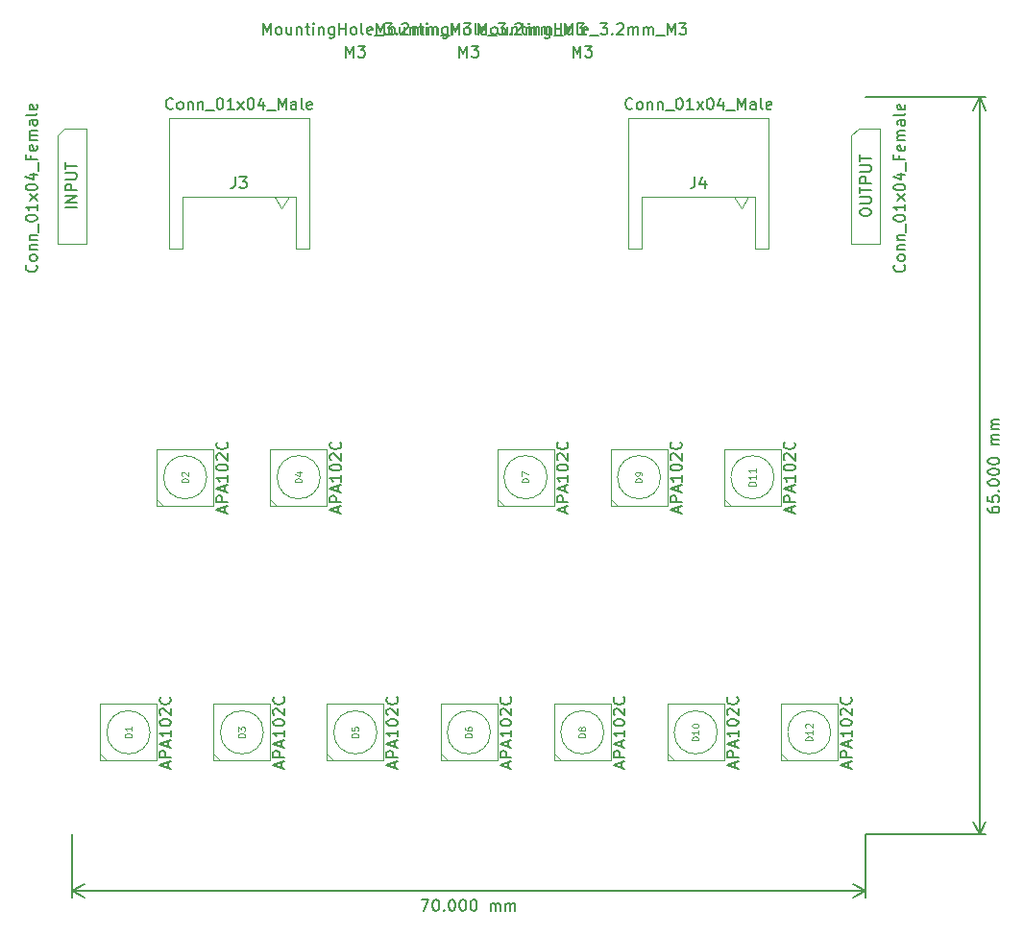
<source format=gbr>
G04 #@! TF.GenerationSoftware,KiCad,Pcbnew,(5.1.0)-1*
G04 #@! TF.CreationDate,2019-04-08T11:36:16+09:00*
G04 #@! TF.ProjectId,APA102,41504131-3032-42e6-9b69-6361645f7063,rev?*
G04 #@! TF.SameCoordinates,Original*
G04 #@! TF.FileFunction,Other,Fab,Top*
%FSLAX46Y46*%
G04 Gerber Fmt 4.6, Leading zero omitted, Abs format (unit mm)*
G04 Created by KiCad (PCBNEW (5.1.0)-1) date 2019-04-08 11:36:16*
%MOMM*%
%LPD*%
G04 APERTURE LIST*
%ADD10C,0.150000*%
%ADD11C,0.100000*%
%ADD12C,0.060000*%
G04 APERTURE END LIST*
D10*
X180752380Y-66166666D02*
X180752380Y-66357142D01*
X180800000Y-66452380D01*
X180847619Y-66500000D01*
X180990476Y-66595238D01*
X181180952Y-66642857D01*
X181561904Y-66642857D01*
X181657142Y-66595238D01*
X181704761Y-66547619D01*
X181752380Y-66452380D01*
X181752380Y-66261904D01*
X181704761Y-66166666D01*
X181657142Y-66119047D01*
X181561904Y-66071428D01*
X181323809Y-66071428D01*
X181228571Y-66119047D01*
X181180952Y-66166666D01*
X181133333Y-66261904D01*
X181133333Y-66452380D01*
X181180952Y-66547619D01*
X181228571Y-66595238D01*
X181323809Y-66642857D01*
X180752380Y-65166666D02*
X180752380Y-65642857D01*
X181228571Y-65690476D01*
X181180952Y-65642857D01*
X181133333Y-65547619D01*
X181133333Y-65309523D01*
X181180952Y-65214285D01*
X181228571Y-65166666D01*
X181323809Y-65119047D01*
X181561904Y-65119047D01*
X181657142Y-65166666D01*
X181704761Y-65214285D01*
X181752380Y-65309523D01*
X181752380Y-65547619D01*
X181704761Y-65642857D01*
X181657142Y-65690476D01*
X181657142Y-64690476D02*
X181704761Y-64642857D01*
X181752380Y-64690476D01*
X181704761Y-64738095D01*
X181657142Y-64690476D01*
X181752380Y-64690476D01*
X180752380Y-64023809D02*
X180752380Y-63928571D01*
X180800000Y-63833333D01*
X180847619Y-63785714D01*
X180942857Y-63738095D01*
X181133333Y-63690476D01*
X181371428Y-63690476D01*
X181561904Y-63738095D01*
X181657142Y-63785714D01*
X181704761Y-63833333D01*
X181752380Y-63928571D01*
X181752380Y-64023809D01*
X181704761Y-64119047D01*
X181657142Y-64166666D01*
X181561904Y-64214285D01*
X181371428Y-64261904D01*
X181133333Y-64261904D01*
X180942857Y-64214285D01*
X180847619Y-64166666D01*
X180800000Y-64119047D01*
X180752380Y-64023809D01*
X180752380Y-63071428D02*
X180752380Y-62976190D01*
X180800000Y-62880952D01*
X180847619Y-62833333D01*
X180942857Y-62785714D01*
X181133333Y-62738095D01*
X181371428Y-62738095D01*
X181561904Y-62785714D01*
X181657142Y-62833333D01*
X181704761Y-62880952D01*
X181752380Y-62976190D01*
X181752380Y-63071428D01*
X181704761Y-63166666D01*
X181657142Y-63214285D01*
X181561904Y-63261904D01*
X181371428Y-63309523D01*
X181133333Y-63309523D01*
X180942857Y-63261904D01*
X180847619Y-63214285D01*
X180800000Y-63166666D01*
X180752380Y-63071428D01*
X180752380Y-62119047D02*
X180752380Y-62023809D01*
X180800000Y-61928571D01*
X180847619Y-61880952D01*
X180942857Y-61833333D01*
X181133333Y-61785714D01*
X181371428Y-61785714D01*
X181561904Y-61833333D01*
X181657142Y-61880952D01*
X181704761Y-61928571D01*
X181752380Y-62023809D01*
X181752380Y-62119047D01*
X181704761Y-62214285D01*
X181657142Y-62261904D01*
X181561904Y-62309523D01*
X181371428Y-62357142D01*
X181133333Y-62357142D01*
X180942857Y-62309523D01*
X180847619Y-62261904D01*
X180800000Y-62214285D01*
X180752380Y-62119047D01*
X181752380Y-60595238D02*
X181085714Y-60595238D01*
X181180952Y-60595238D02*
X181133333Y-60547619D01*
X181085714Y-60452380D01*
X181085714Y-60309523D01*
X181133333Y-60214285D01*
X181228571Y-60166666D01*
X181752380Y-60166666D01*
X181228571Y-60166666D02*
X181133333Y-60119047D01*
X181085714Y-60023809D01*
X181085714Y-59880952D01*
X181133333Y-59785714D01*
X181228571Y-59738095D01*
X181752380Y-59738095D01*
X181752380Y-59261904D02*
X181085714Y-59261904D01*
X181180952Y-59261904D02*
X181133333Y-59214285D01*
X181085714Y-59119047D01*
X181085714Y-58976190D01*
X181133333Y-58880952D01*
X181228571Y-58833333D01*
X181752380Y-58833333D01*
X181228571Y-58833333D02*
X181133333Y-58785714D01*
X181085714Y-58690476D01*
X181085714Y-58547619D01*
X181133333Y-58452380D01*
X181228571Y-58404761D01*
X181752380Y-58404761D01*
X180000000Y-95000000D02*
X180000000Y-30000000D01*
X170000000Y-95000000D02*
X180586421Y-95000000D01*
X170000000Y-30000000D02*
X180586421Y-30000000D01*
X180000000Y-30000000D02*
X180586421Y-31126504D01*
X180000000Y-30000000D02*
X179413579Y-31126504D01*
X180000000Y-95000000D02*
X180586421Y-93873496D01*
X180000000Y-95000000D02*
X179413579Y-93873496D01*
X130809523Y-100752379D02*
X131476190Y-100752379D01*
X131047619Y-101752379D01*
X132047619Y-100752379D02*
X132142857Y-100752379D01*
X132238095Y-100799999D01*
X132285714Y-100847618D01*
X132333333Y-100942856D01*
X132380952Y-101133332D01*
X132380952Y-101371427D01*
X132333333Y-101561903D01*
X132285714Y-101657141D01*
X132238095Y-101704760D01*
X132142857Y-101752379D01*
X132047619Y-101752379D01*
X131952380Y-101704760D01*
X131904761Y-101657141D01*
X131857142Y-101561903D01*
X131809523Y-101371427D01*
X131809523Y-101133332D01*
X131857142Y-100942856D01*
X131904761Y-100847618D01*
X131952380Y-100799999D01*
X132047619Y-100752379D01*
X132809523Y-101657141D02*
X132857142Y-101704760D01*
X132809523Y-101752379D01*
X132761904Y-101704760D01*
X132809523Y-101657141D01*
X132809523Y-101752379D01*
X133476190Y-100752379D02*
X133571428Y-100752379D01*
X133666666Y-100799999D01*
X133714285Y-100847618D01*
X133761904Y-100942856D01*
X133809523Y-101133332D01*
X133809523Y-101371427D01*
X133761904Y-101561903D01*
X133714285Y-101657141D01*
X133666666Y-101704760D01*
X133571428Y-101752379D01*
X133476190Y-101752379D01*
X133380952Y-101704760D01*
X133333333Y-101657141D01*
X133285714Y-101561903D01*
X133238095Y-101371427D01*
X133238095Y-101133332D01*
X133285714Y-100942856D01*
X133333333Y-100847618D01*
X133380952Y-100799999D01*
X133476190Y-100752379D01*
X134428571Y-100752379D02*
X134523809Y-100752379D01*
X134619047Y-100799999D01*
X134666666Y-100847618D01*
X134714285Y-100942856D01*
X134761904Y-101133332D01*
X134761904Y-101371427D01*
X134714285Y-101561903D01*
X134666666Y-101657141D01*
X134619047Y-101704760D01*
X134523809Y-101752379D01*
X134428571Y-101752379D01*
X134333333Y-101704760D01*
X134285714Y-101657141D01*
X134238095Y-101561903D01*
X134190476Y-101371427D01*
X134190476Y-101133332D01*
X134238095Y-100942856D01*
X134285714Y-100847618D01*
X134333333Y-100799999D01*
X134428571Y-100752379D01*
X135380952Y-100752379D02*
X135476190Y-100752379D01*
X135571428Y-100799999D01*
X135619047Y-100847618D01*
X135666666Y-100942856D01*
X135714285Y-101133332D01*
X135714285Y-101371427D01*
X135666666Y-101561903D01*
X135619047Y-101657141D01*
X135571428Y-101704760D01*
X135476190Y-101752379D01*
X135380952Y-101752379D01*
X135285714Y-101704760D01*
X135238095Y-101657141D01*
X135190476Y-101561903D01*
X135142857Y-101371427D01*
X135142857Y-101133332D01*
X135190476Y-100942856D01*
X135238095Y-100847618D01*
X135285714Y-100799999D01*
X135380952Y-100752379D01*
X136904761Y-101752379D02*
X136904761Y-101085713D01*
X136904761Y-101180951D02*
X136952380Y-101133332D01*
X137047619Y-101085713D01*
X137190476Y-101085713D01*
X137285714Y-101133332D01*
X137333333Y-101228570D01*
X137333333Y-101752379D01*
X137333333Y-101228570D02*
X137380952Y-101133332D01*
X137476190Y-101085713D01*
X137619047Y-101085713D01*
X137714285Y-101133332D01*
X137761904Y-101228570D01*
X137761904Y-101752379D01*
X138238095Y-101752379D02*
X138238095Y-101085713D01*
X138238095Y-101180951D02*
X138285714Y-101133332D01*
X138380952Y-101085713D01*
X138523809Y-101085713D01*
X138619047Y-101133332D01*
X138666666Y-101228570D01*
X138666666Y-101752379D01*
X138666666Y-101228570D02*
X138714285Y-101133332D01*
X138809523Y-101085713D01*
X138952380Y-101085713D01*
X139047619Y-101133332D01*
X139095238Y-101228570D01*
X139095238Y-101752379D01*
X100000000Y-99999999D02*
X170000000Y-99999999D01*
X100000000Y-95000000D02*
X100000000Y-100586420D01*
X170000000Y-95000000D02*
X170000000Y-100586420D01*
X170000000Y-99999999D02*
X168873496Y-100586420D01*
X170000000Y-99999999D02*
X168873496Y-99413578D01*
X100000000Y-99999999D02*
X101126504Y-100586420D01*
X100000000Y-99999999D02*
X101126504Y-99413578D01*
D11*
X103100000Y-88500000D02*
X102500000Y-87900000D01*
X102500000Y-83500000D02*
X102500000Y-88500000D01*
X107500000Y-83500000D02*
X102500000Y-83500000D01*
X107500000Y-88500000D02*
X107500000Y-83500000D01*
X102500000Y-88500000D02*
X107500000Y-88500000D01*
X106900000Y-86000000D02*
G75*
G03X106900000Y-86000000I-1900000J0D01*
G01*
X111900000Y-63500000D02*
G75*
G03X111900000Y-63500000I-1900000J0D01*
G01*
X107500000Y-66000000D02*
X112500000Y-66000000D01*
X112500000Y-66000000D02*
X112500000Y-61000000D01*
X112500000Y-61000000D02*
X107500000Y-61000000D01*
X107500000Y-61000000D02*
X107500000Y-66000000D01*
X108100000Y-66000000D02*
X107500000Y-65400000D01*
X113100000Y-88500000D02*
X112500000Y-87900000D01*
X112500000Y-83500000D02*
X112500000Y-88500000D01*
X117500000Y-83500000D02*
X112500000Y-83500000D01*
X117500000Y-88500000D02*
X117500000Y-83500000D01*
X112500000Y-88500000D02*
X117500000Y-88500000D01*
X116900000Y-86000000D02*
G75*
G03X116900000Y-86000000I-1900000J0D01*
G01*
X121900000Y-63500000D02*
G75*
G03X121900000Y-63500000I-1900000J0D01*
G01*
X117500000Y-66000000D02*
X122500000Y-66000000D01*
X122500000Y-66000000D02*
X122500000Y-61000000D01*
X122500000Y-61000000D02*
X117500000Y-61000000D01*
X117500000Y-61000000D02*
X117500000Y-66000000D01*
X118100000Y-66000000D02*
X117500000Y-65400000D01*
X123100000Y-88500000D02*
X122500000Y-87900000D01*
X122500000Y-83500000D02*
X122500000Y-88500000D01*
X127500000Y-83500000D02*
X122500000Y-83500000D01*
X127500000Y-88500000D02*
X127500000Y-83500000D01*
X122500000Y-88500000D02*
X127500000Y-88500000D01*
X126900000Y-86000000D02*
G75*
G03X126900000Y-86000000I-1900000J0D01*
G01*
X136900000Y-86000000D02*
G75*
G03X136900000Y-86000000I-1900000J0D01*
G01*
X132500000Y-88500000D02*
X137500000Y-88500000D01*
X137500000Y-88500000D02*
X137500000Y-83500000D01*
X137500000Y-83500000D02*
X132500000Y-83500000D01*
X132500000Y-83500000D02*
X132500000Y-88500000D01*
X133100000Y-88500000D02*
X132500000Y-87900000D01*
X138100000Y-66000000D02*
X137500000Y-65400000D01*
X137500000Y-61000000D02*
X137500000Y-66000000D01*
X142500000Y-61000000D02*
X137500000Y-61000000D01*
X142500000Y-66000000D02*
X142500000Y-61000000D01*
X137500000Y-66000000D02*
X142500000Y-66000000D01*
X141900000Y-63500000D02*
G75*
G03X141900000Y-63500000I-1900000J0D01*
G01*
X146900000Y-86000000D02*
G75*
G03X146900000Y-86000000I-1900000J0D01*
G01*
X142500000Y-88500000D02*
X147500000Y-88500000D01*
X147500000Y-88500000D02*
X147500000Y-83500000D01*
X147500000Y-83500000D02*
X142500000Y-83500000D01*
X142500000Y-83500000D02*
X142500000Y-88500000D01*
X143100000Y-88500000D02*
X142500000Y-87900000D01*
X148100000Y-66000000D02*
X147500000Y-65400000D01*
X147500000Y-61000000D02*
X147500000Y-66000000D01*
X152500000Y-61000000D02*
X147500000Y-61000000D01*
X152500000Y-66000000D02*
X152500000Y-61000000D01*
X147500000Y-66000000D02*
X152500000Y-66000000D01*
X151900000Y-63500000D02*
G75*
G03X151900000Y-63500000I-1900000J0D01*
G01*
X156900000Y-86000000D02*
G75*
G03X156900000Y-86000000I-1900000J0D01*
G01*
X152500000Y-88500000D02*
X157500000Y-88500000D01*
X157500000Y-88500000D02*
X157500000Y-83500000D01*
X157500000Y-83500000D02*
X152500000Y-83500000D01*
X152500000Y-83500000D02*
X152500000Y-88500000D01*
X153100000Y-88500000D02*
X152500000Y-87900000D01*
X158100000Y-66000000D02*
X157500000Y-65400000D01*
X157500000Y-61000000D02*
X157500000Y-66000000D01*
X162500000Y-61000000D02*
X157500000Y-61000000D01*
X162500000Y-66000000D02*
X162500000Y-61000000D01*
X157500000Y-66000000D02*
X162500000Y-66000000D01*
X161900000Y-63500000D02*
G75*
G03X161900000Y-63500000I-1900000J0D01*
G01*
X166900000Y-86000000D02*
G75*
G03X166900000Y-86000000I-1900000J0D01*
G01*
X162500000Y-88500000D02*
X167500000Y-88500000D01*
X167500000Y-88500000D02*
X167500000Y-83500000D01*
X167500000Y-83500000D02*
X162500000Y-83500000D01*
X162500000Y-83500000D02*
X162500000Y-88500000D01*
X163100000Y-88500000D02*
X162500000Y-87900000D01*
X98730000Y-33365000D02*
X99365000Y-32730000D01*
X98730000Y-42890000D02*
X98730000Y-33365000D01*
X101270000Y-42890000D02*
X98730000Y-42890000D01*
X101270000Y-32730000D02*
X101270000Y-42890000D01*
X99365000Y-32730000D02*
X101270000Y-32730000D01*
X169365000Y-32730000D02*
X171270000Y-32730000D01*
X171270000Y-32730000D02*
X171270000Y-42890000D01*
X171270000Y-42890000D02*
X168730000Y-42890000D01*
X168730000Y-42890000D02*
X168730000Y-33365000D01*
X168730000Y-33365000D02*
X169365000Y-32730000D01*
X114750000Y-31800000D02*
X120950000Y-31800000D01*
X120950000Y-31800000D02*
X120950000Y-43300000D01*
X120950000Y-43300000D02*
X119750000Y-43300000D01*
X119750000Y-43300000D02*
X119750000Y-38800000D01*
X119750000Y-38800000D02*
X114750000Y-38800000D01*
X114750000Y-31800000D02*
X108550000Y-31800000D01*
X108550000Y-31800000D02*
X108550000Y-43300000D01*
X108550000Y-43300000D02*
X109750000Y-43300000D01*
X109750000Y-43300000D02*
X109750000Y-38800000D01*
X109750000Y-38800000D02*
X114750000Y-38800000D01*
X119125000Y-38800000D02*
X118500000Y-39800000D01*
X118500000Y-39800000D02*
X117875000Y-38800000D01*
X159000000Y-39800000D02*
X158375000Y-38800000D01*
X159625000Y-38800000D02*
X159000000Y-39800000D01*
X150250000Y-38800000D02*
X155250000Y-38800000D01*
X150250000Y-43300000D02*
X150250000Y-38800000D01*
X149050000Y-43300000D02*
X150250000Y-43300000D01*
X149050000Y-31800000D02*
X149050000Y-43300000D01*
X155250000Y-31800000D02*
X149050000Y-31800000D01*
X160250000Y-38800000D02*
X155250000Y-38800000D01*
X160250000Y-43300000D02*
X160250000Y-38800000D01*
X161450000Y-43300000D02*
X160250000Y-43300000D01*
X161450000Y-31800000D02*
X161450000Y-43300000D01*
X155250000Y-31800000D02*
X161450000Y-31800000D01*
D10*
X126880952Y-24452380D02*
X126880952Y-23452380D01*
X127214285Y-24166666D01*
X127547619Y-23452380D01*
X127547619Y-24452380D01*
X128166666Y-24452380D02*
X128071428Y-24404761D01*
X128023809Y-24357142D01*
X127976190Y-24261904D01*
X127976190Y-23976190D01*
X128023809Y-23880952D01*
X128071428Y-23833333D01*
X128166666Y-23785714D01*
X128309523Y-23785714D01*
X128404761Y-23833333D01*
X128452380Y-23880952D01*
X128499999Y-23976190D01*
X128499999Y-24261904D01*
X128452380Y-24357142D01*
X128404761Y-24404761D01*
X128309523Y-24452380D01*
X128166666Y-24452380D01*
X129357142Y-23785714D02*
X129357142Y-24452380D01*
X128928571Y-23785714D02*
X128928571Y-24309523D01*
X128976190Y-24404761D01*
X129071428Y-24452380D01*
X129214285Y-24452380D01*
X129309523Y-24404761D01*
X129357142Y-24357142D01*
X129833333Y-23785714D02*
X129833333Y-24452380D01*
X129833333Y-23880952D02*
X129880952Y-23833333D01*
X129976190Y-23785714D01*
X130119047Y-23785714D01*
X130214285Y-23833333D01*
X130261904Y-23928571D01*
X130261904Y-24452380D01*
X130595238Y-23785714D02*
X130976190Y-23785714D01*
X130738095Y-23452380D02*
X130738095Y-24309523D01*
X130785714Y-24404761D01*
X130880952Y-24452380D01*
X130976190Y-24452380D01*
X131309523Y-24452380D02*
X131309523Y-23785714D01*
X131309523Y-23452380D02*
X131261904Y-23500000D01*
X131309523Y-23547619D01*
X131357142Y-23500000D01*
X131309523Y-23452380D01*
X131309523Y-23547619D01*
X131785714Y-23785714D02*
X131785714Y-24452380D01*
X131785714Y-23880952D02*
X131833333Y-23833333D01*
X131928571Y-23785714D01*
X132071428Y-23785714D01*
X132166666Y-23833333D01*
X132214285Y-23928571D01*
X132214285Y-24452380D01*
X133119047Y-23785714D02*
X133119047Y-24595238D01*
X133071428Y-24690476D01*
X133023809Y-24738095D01*
X132928571Y-24785714D01*
X132785714Y-24785714D01*
X132690476Y-24738095D01*
X133119047Y-24404761D02*
X133023809Y-24452380D01*
X132833333Y-24452380D01*
X132738095Y-24404761D01*
X132690476Y-24357142D01*
X132642857Y-24261904D01*
X132642857Y-23976190D01*
X132690476Y-23880952D01*
X132738095Y-23833333D01*
X132833333Y-23785714D01*
X133023809Y-23785714D01*
X133119047Y-23833333D01*
X133595238Y-24452380D02*
X133595238Y-23452380D01*
X133595238Y-23928571D02*
X134166666Y-23928571D01*
X134166666Y-24452380D02*
X134166666Y-23452380D01*
X134785714Y-24452380D02*
X134690476Y-24404761D01*
X134642857Y-24357142D01*
X134595238Y-24261904D01*
X134595238Y-23976190D01*
X134642857Y-23880952D01*
X134690476Y-23833333D01*
X134785714Y-23785714D01*
X134928571Y-23785714D01*
X135023809Y-23833333D01*
X135071428Y-23880952D01*
X135119047Y-23976190D01*
X135119047Y-24261904D01*
X135071428Y-24357142D01*
X135023809Y-24404761D01*
X134928571Y-24452380D01*
X134785714Y-24452380D01*
X135690476Y-24452380D02*
X135595238Y-24404761D01*
X135547619Y-24309523D01*
X135547619Y-23452380D01*
X136452380Y-24404761D02*
X136357142Y-24452380D01*
X136166666Y-24452380D01*
X136071428Y-24404761D01*
X136023809Y-24309523D01*
X136023809Y-23928571D01*
X136071428Y-23833333D01*
X136166666Y-23785714D01*
X136357142Y-23785714D01*
X136452380Y-23833333D01*
X136500000Y-23928571D01*
X136500000Y-24023809D01*
X136023809Y-24119047D01*
X136690476Y-24547619D02*
X137452380Y-24547619D01*
X137595238Y-23452380D02*
X138214285Y-23452380D01*
X137880952Y-23833333D01*
X138023809Y-23833333D01*
X138119047Y-23880952D01*
X138166666Y-23928571D01*
X138214285Y-24023809D01*
X138214285Y-24261904D01*
X138166666Y-24357142D01*
X138119047Y-24404761D01*
X138023809Y-24452380D01*
X137738095Y-24452380D01*
X137642857Y-24404761D01*
X137595238Y-24357142D01*
X138642857Y-24357142D02*
X138690476Y-24404761D01*
X138642857Y-24452380D01*
X138595238Y-24404761D01*
X138642857Y-24357142D01*
X138642857Y-24452380D01*
X139071428Y-23547619D02*
X139119047Y-23500000D01*
X139214285Y-23452380D01*
X139452380Y-23452380D01*
X139547619Y-23500000D01*
X139595238Y-23547619D01*
X139642857Y-23642857D01*
X139642857Y-23738095D01*
X139595238Y-23880952D01*
X139023809Y-24452380D01*
X139642857Y-24452380D01*
X140071428Y-24452380D02*
X140071428Y-23785714D01*
X140071428Y-23880952D02*
X140119047Y-23833333D01*
X140214285Y-23785714D01*
X140357142Y-23785714D01*
X140452380Y-23833333D01*
X140500000Y-23928571D01*
X140500000Y-24452380D01*
X140500000Y-23928571D02*
X140547619Y-23833333D01*
X140642857Y-23785714D01*
X140785714Y-23785714D01*
X140880952Y-23833333D01*
X140928571Y-23928571D01*
X140928571Y-24452380D01*
X141404761Y-24452380D02*
X141404761Y-23785714D01*
X141404761Y-23880952D02*
X141452380Y-23833333D01*
X141547619Y-23785714D01*
X141690476Y-23785714D01*
X141785714Y-23833333D01*
X141833333Y-23928571D01*
X141833333Y-24452380D01*
X141833333Y-23928571D02*
X141880952Y-23833333D01*
X141976190Y-23785714D01*
X142119047Y-23785714D01*
X142214285Y-23833333D01*
X142261904Y-23928571D01*
X142261904Y-24452380D01*
X142500000Y-24547619D02*
X143261904Y-24547619D01*
X143500000Y-24452380D02*
X143500000Y-23452380D01*
X143833333Y-24166666D01*
X144166666Y-23452380D01*
X144166666Y-24452380D01*
X144547619Y-23452380D02*
X145166666Y-23452380D01*
X144833333Y-23833333D01*
X144976190Y-23833333D01*
X145071428Y-23880952D01*
X145119047Y-23928571D01*
X145166666Y-24023809D01*
X145166666Y-24261904D01*
X145119047Y-24357142D01*
X145071428Y-24404761D01*
X144976190Y-24452380D01*
X144690476Y-24452380D01*
X144595238Y-24404761D01*
X144547619Y-24357142D01*
X134190476Y-26452380D02*
X134190476Y-25452380D01*
X134523809Y-26166666D01*
X134857142Y-25452380D01*
X134857142Y-26452380D01*
X135238095Y-25452380D02*
X135857142Y-25452380D01*
X135523809Y-25833333D01*
X135666666Y-25833333D01*
X135761904Y-25880952D01*
X135809523Y-25928571D01*
X135857142Y-26023809D01*
X135857142Y-26261904D01*
X135809523Y-26357142D01*
X135761904Y-26404761D01*
X135666666Y-26452380D01*
X135380952Y-26452380D01*
X135285714Y-26404761D01*
X135238095Y-26357142D01*
X116880952Y-24452380D02*
X116880952Y-23452380D01*
X117214285Y-24166666D01*
X117547619Y-23452380D01*
X117547619Y-24452380D01*
X118166666Y-24452380D02*
X118071428Y-24404761D01*
X118023809Y-24357142D01*
X117976190Y-24261904D01*
X117976190Y-23976190D01*
X118023809Y-23880952D01*
X118071428Y-23833333D01*
X118166666Y-23785714D01*
X118309523Y-23785714D01*
X118404761Y-23833333D01*
X118452380Y-23880952D01*
X118499999Y-23976190D01*
X118499999Y-24261904D01*
X118452380Y-24357142D01*
X118404761Y-24404761D01*
X118309523Y-24452380D01*
X118166666Y-24452380D01*
X119357142Y-23785714D02*
X119357142Y-24452380D01*
X118928571Y-23785714D02*
X118928571Y-24309523D01*
X118976190Y-24404761D01*
X119071428Y-24452380D01*
X119214285Y-24452380D01*
X119309523Y-24404761D01*
X119357142Y-24357142D01*
X119833333Y-23785714D02*
X119833333Y-24452380D01*
X119833333Y-23880952D02*
X119880952Y-23833333D01*
X119976190Y-23785714D01*
X120119047Y-23785714D01*
X120214285Y-23833333D01*
X120261904Y-23928571D01*
X120261904Y-24452380D01*
X120595238Y-23785714D02*
X120976190Y-23785714D01*
X120738095Y-23452380D02*
X120738095Y-24309523D01*
X120785714Y-24404761D01*
X120880952Y-24452380D01*
X120976190Y-24452380D01*
X121309523Y-24452380D02*
X121309523Y-23785714D01*
X121309523Y-23452380D02*
X121261904Y-23500000D01*
X121309523Y-23547619D01*
X121357142Y-23500000D01*
X121309523Y-23452380D01*
X121309523Y-23547619D01*
X121785714Y-23785714D02*
X121785714Y-24452380D01*
X121785714Y-23880952D02*
X121833333Y-23833333D01*
X121928571Y-23785714D01*
X122071428Y-23785714D01*
X122166666Y-23833333D01*
X122214285Y-23928571D01*
X122214285Y-24452380D01*
X123119047Y-23785714D02*
X123119047Y-24595238D01*
X123071428Y-24690476D01*
X123023809Y-24738095D01*
X122928571Y-24785714D01*
X122785714Y-24785714D01*
X122690476Y-24738095D01*
X123119047Y-24404761D02*
X123023809Y-24452380D01*
X122833333Y-24452380D01*
X122738095Y-24404761D01*
X122690476Y-24357142D01*
X122642857Y-24261904D01*
X122642857Y-23976190D01*
X122690476Y-23880952D01*
X122738095Y-23833333D01*
X122833333Y-23785714D01*
X123023809Y-23785714D01*
X123119047Y-23833333D01*
X123595238Y-24452380D02*
X123595238Y-23452380D01*
X123595238Y-23928571D02*
X124166666Y-23928571D01*
X124166666Y-24452380D02*
X124166666Y-23452380D01*
X124785714Y-24452380D02*
X124690476Y-24404761D01*
X124642857Y-24357142D01*
X124595238Y-24261904D01*
X124595238Y-23976190D01*
X124642857Y-23880952D01*
X124690476Y-23833333D01*
X124785714Y-23785714D01*
X124928571Y-23785714D01*
X125023809Y-23833333D01*
X125071428Y-23880952D01*
X125119047Y-23976190D01*
X125119047Y-24261904D01*
X125071428Y-24357142D01*
X125023809Y-24404761D01*
X124928571Y-24452380D01*
X124785714Y-24452380D01*
X125690476Y-24452380D02*
X125595238Y-24404761D01*
X125547619Y-24309523D01*
X125547619Y-23452380D01*
X126452380Y-24404761D02*
X126357142Y-24452380D01*
X126166666Y-24452380D01*
X126071428Y-24404761D01*
X126023809Y-24309523D01*
X126023809Y-23928571D01*
X126071428Y-23833333D01*
X126166666Y-23785714D01*
X126357142Y-23785714D01*
X126452380Y-23833333D01*
X126499999Y-23928571D01*
X126499999Y-24023809D01*
X126023809Y-24119047D01*
X126690476Y-24547619D02*
X127452380Y-24547619D01*
X127595238Y-23452380D02*
X128214285Y-23452380D01*
X127880952Y-23833333D01*
X128023809Y-23833333D01*
X128119047Y-23880952D01*
X128166666Y-23928571D01*
X128214285Y-24023809D01*
X128214285Y-24261904D01*
X128166666Y-24357142D01*
X128119047Y-24404761D01*
X128023809Y-24452380D01*
X127738095Y-24452380D01*
X127642857Y-24404761D01*
X127595238Y-24357142D01*
X128642857Y-24357142D02*
X128690476Y-24404761D01*
X128642857Y-24452380D01*
X128595238Y-24404761D01*
X128642857Y-24357142D01*
X128642857Y-24452380D01*
X129071428Y-23547619D02*
X129119047Y-23500000D01*
X129214285Y-23452380D01*
X129452380Y-23452380D01*
X129547619Y-23500000D01*
X129595238Y-23547619D01*
X129642857Y-23642857D01*
X129642857Y-23738095D01*
X129595238Y-23880952D01*
X129023809Y-24452380D01*
X129642857Y-24452380D01*
X130071428Y-24452380D02*
X130071428Y-23785714D01*
X130071428Y-23880952D02*
X130119047Y-23833333D01*
X130214285Y-23785714D01*
X130357142Y-23785714D01*
X130452380Y-23833333D01*
X130499999Y-23928571D01*
X130499999Y-24452380D01*
X130499999Y-23928571D02*
X130547619Y-23833333D01*
X130642857Y-23785714D01*
X130785714Y-23785714D01*
X130880952Y-23833333D01*
X130928571Y-23928571D01*
X130928571Y-24452380D01*
X131404761Y-24452380D02*
X131404761Y-23785714D01*
X131404761Y-23880952D02*
X131452380Y-23833333D01*
X131547619Y-23785714D01*
X131690476Y-23785714D01*
X131785714Y-23833333D01*
X131833333Y-23928571D01*
X131833333Y-24452380D01*
X131833333Y-23928571D02*
X131880952Y-23833333D01*
X131976190Y-23785714D01*
X132119047Y-23785714D01*
X132214285Y-23833333D01*
X132261904Y-23928571D01*
X132261904Y-24452380D01*
X132499999Y-24547619D02*
X133261904Y-24547619D01*
X133499999Y-24452380D02*
X133499999Y-23452380D01*
X133833333Y-24166666D01*
X134166666Y-23452380D01*
X134166666Y-24452380D01*
X134547619Y-23452380D02*
X135166666Y-23452380D01*
X134833333Y-23833333D01*
X134976190Y-23833333D01*
X135071428Y-23880952D01*
X135119047Y-23928571D01*
X135166666Y-24023809D01*
X135166666Y-24261904D01*
X135119047Y-24357142D01*
X135071428Y-24404761D01*
X134976190Y-24452380D01*
X134690476Y-24452380D01*
X134595238Y-24404761D01*
X134547619Y-24357142D01*
X124190476Y-26452380D02*
X124190476Y-25452380D01*
X124523809Y-26166666D01*
X124857142Y-25452380D01*
X124857142Y-26452380D01*
X125238095Y-25452380D02*
X125857142Y-25452380D01*
X125523809Y-25833333D01*
X125666666Y-25833333D01*
X125761904Y-25880952D01*
X125809523Y-25928571D01*
X125857142Y-26023809D01*
X125857142Y-26261904D01*
X125809523Y-26357142D01*
X125761904Y-26404761D01*
X125666666Y-26452380D01*
X125380952Y-26452380D01*
X125285714Y-26404761D01*
X125238095Y-26357142D01*
X135880952Y-24452380D02*
X135880952Y-23452380D01*
X136214285Y-24166666D01*
X136547619Y-23452380D01*
X136547619Y-24452380D01*
X137166666Y-24452380D02*
X137071428Y-24404761D01*
X137023809Y-24357142D01*
X136976190Y-24261904D01*
X136976190Y-23976190D01*
X137023809Y-23880952D01*
X137071428Y-23833333D01*
X137166666Y-23785714D01*
X137309523Y-23785714D01*
X137404761Y-23833333D01*
X137452380Y-23880952D01*
X137500000Y-23976190D01*
X137500000Y-24261904D01*
X137452380Y-24357142D01*
X137404761Y-24404761D01*
X137309523Y-24452380D01*
X137166666Y-24452380D01*
X138357142Y-23785714D02*
X138357142Y-24452380D01*
X137928571Y-23785714D02*
X137928571Y-24309523D01*
X137976190Y-24404761D01*
X138071428Y-24452380D01*
X138214285Y-24452380D01*
X138309523Y-24404761D01*
X138357142Y-24357142D01*
X138833333Y-23785714D02*
X138833333Y-24452380D01*
X138833333Y-23880952D02*
X138880952Y-23833333D01*
X138976190Y-23785714D01*
X139119047Y-23785714D01*
X139214285Y-23833333D01*
X139261904Y-23928571D01*
X139261904Y-24452380D01*
X139595238Y-23785714D02*
X139976190Y-23785714D01*
X139738095Y-23452380D02*
X139738095Y-24309523D01*
X139785714Y-24404761D01*
X139880952Y-24452380D01*
X139976190Y-24452380D01*
X140309523Y-24452380D02*
X140309523Y-23785714D01*
X140309523Y-23452380D02*
X140261904Y-23500000D01*
X140309523Y-23547619D01*
X140357142Y-23500000D01*
X140309523Y-23452380D01*
X140309523Y-23547619D01*
X140785714Y-23785714D02*
X140785714Y-24452380D01*
X140785714Y-23880952D02*
X140833333Y-23833333D01*
X140928571Y-23785714D01*
X141071428Y-23785714D01*
X141166666Y-23833333D01*
X141214285Y-23928571D01*
X141214285Y-24452380D01*
X142119047Y-23785714D02*
X142119047Y-24595238D01*
X142071428Y-24690476D01*
X142023809Y-24738095D01*
X141928571Y-24785714D01*
X141785714Y-24785714D01*
X141690476Y-24738095D01*
X142119047Y-24404761D02*
X142023809Y-24452380D01*
X141833333Y-24452380D01*
X141738095Y-24404761D01*
X141690476Y-24357142D01*
X141642857Y-24261904D01*
X141642857Y-23976190D01*
X141690476Y-23880952D01*
X141738095Y-23833333D01*
X141833333Y-23785714D01*
X142023809Y-23785714D01*
X142119047Y-23833333D01*
X142595238Y-24452380D02*
X142595238Y-23452380D01*
X142595238Y-23928571D02*
X143166666Y-23928571D01*
X143166666Y-24452380D02*
X143166666Y-23452380D01*
X143785714Y-24452380D02*
X143690476Y-24404761D01*
X143642857Y-24357142D01*
X143595238Y-24261904D01*
X143595238Y-23976190D01*
X143642857Y-23880952D01*
X143690476Y-23833333D01*
X143785714Y-23785714D01*
X143928571Y-23785714D01*
X144023809Y-23833333D01*
X144071428Y-23880952D01*
X144119047Y-23976190D01*
X144119047Y-24261904D01*
X144071428Y-24357142D01*
X144023809Y-24404761D01*
X143928571Y-24452380D01*
X143785714Y-24452380D01*
X144690476Y-24452380D02*
X144595238Y-24404761D01*
X144547619Y-24309523D01*
X144547619Y-23452380D01*
X145452380Y-24404761D02*
X145357142Y-24452380D01*
X145166666Y-24452380D01*
X145071428Y-24404761D01*
X145023809Y-24309523D01*
X145023809Y-23928571D01*
X145071428Y-23833333D01*
X145166666Y-23785714D01*
X145357142Y-23785714D01*
X145452380Y-23833333D01*
X145500000Y-23928571D01*
X145500000Y-24023809D01*
X145023809Y-24119047D01*
X145690476Y-24547619D02*
X146452380Y-24547619D01*
X146595238Y-23452380D02*
X147214285Y-23452380D01*
X146880952Y-23833333D01*
X147023809Y-23833333D01*
X147119047Y-23880952D01*
X147166666Y-23928571D01*
X147214285Y-24023809D01*
X147214285Y-24261904D01*
X147166666Y-24357142D01*
X147119047Y-24404761D01*
X147023809Y-24452380D01*
X146738095Y-24452380D01*
X146642857Y-24404761D01*
X146595238Y-24357142D01*
X147642857Y-24357142D02*
X147690476Y-24404761D01*
X147642857Y-24452380D01*
X147595238Y-24404761D01*
X147642857Y-24357142D01*
X147642857Y-24452380D01*
X148071428Y-23547619D02*
X148119047Y-23500000D01*
X148214285Y-23452380D01*
X148452380Y-23452380D01*
X148547619Y-23500000D01*
X148595238Y-23547619D01*
X148642857Y-23642857D01*
X148642857Y-23738095D01*
X148595238Y-23880952D01*
X148023809Y-24452380D01*
X148642857Y-24452380D01*
X149071428Y-24452380D02*
X149071428Y-23785714D01*
X149071428Y-23880952D02*
X149119047Y-23833333D01*
X149214285Y-23785714D01*
X149357142Y-23785714D01*
X149452380Y-23833333D01*
X149500000Y-23928571D01*
X149500000Y-24452380D01*
X149500000Y-23928571D02*
X149547619Y-23833333D01*
X149642857Y-23785714D01*
X149785714Y-23785714D01*
X149880952Y-23833333D01*
X149928571Y-23928571D01*
X149928571Y-24452380D01*
X150404761Y-24452380D02*
X150404761Y-23785714D01*
X150404761Y-23880952D02*
X150452380Y-23833333D01*
X150547619Y-23785714D01*
X150690476Y-23785714D01*
X150785714Y-23833333D01*
X150833333Y-23928571D01*
X150833333Y-24452380D01*
X150833333Y-23928571D02*
X150880952Y-23833333D01*
X150976190Y-23785714D01*
X151119047Y-23785714D01*
X151214285Y-23833333D01*
X151261904Y-23928571D01*
X151261904Y-24452380D01*
X151500000Y-24547619D02*
X152261904Y-24547619D01*
X152500000Y-24452380D02*
X152500000Y-23452380D01*
X152833333Y-24166666D01*
X153166666Y-23452380D01*
X153166666Y-24452380D01*
X153547619Y-23452380D02*
X154166666Y-23452380D01*
X153833333Y-23833333D01*
X153976190Y-23833333D01*
X154071428Y-23880952D01*
X154119047Y-23928571D01*
X154166666Y-24023809D01*
X154166666Y-24261904D01*
X154119047Y-24357142D01*
X154071428Y-24404761D01*
X153976190Y-24452380D01*
X153690476Y-24452380D01*
X153595238Y-24404761D01*
X153547619Y-24357142D01*
X144190476Y-26452380D02*
X144190476Y-25452380D01*
X144523809Y-26166666D01*
X144857142Y-25452380D01*
X144857142Y-26452380D01*
X145238095Y-25452380D02*
X145857142Y-25452380D01*
X145523809Y-25833333D01*
X145666666Y-25833333D01*
X145761904Y-25880952D01*
X145809523Y-25928571D01*
X145857142Y-26023809D01*
X145857142Y-26261904D01*
X145809523Y-26357142D01*
X145761904Y-26404761D01*
X145666666Y-26452380D01*
X145380952Y-26452380D01*
X145285714Y-26404761D01*
X145238095Y-26357142D01*
X108466666Y-89095238D02*
X108466666Y-88619047D01*
X108752380Y-89190476D02*
X107752380Y-88857142D01*
X108752380Y-88523809D01*
X108752380Y-88190476D02*
X107752380Y-88190476D01*
X107752380Y-87809523D01*
X107800000Y-87714285D01*
X107847619Y-87666666D01*
X107942857Y-87619047D01*
X108085714Y-87619047D01*
X108180952Y-87666666D01*
X108228571Y-87714285D01*
X108276190Y-87809523D01*
X108276190Y-88190476D01*
X108466666Y-87238095D02*
X108466666Y-86761904D01*
X108752380Y-87333333D02*
X107752380Y-87000000D01*
X108752380Y-86666666D01*
X108752380Y-85809523D02*
X108752380Y-86380952D01*
X108752380Y-86095238D02*
X107752380Y-86095238D01*
X107895238Y-86190476D01*
X107990476Y-86285714D01*
X108038095Y-86380952D01*
X107752380Y-85190476D02*
X107752380Y-85095238D01*
X107800000Y-85000000D01*
X107847619Y-84952380D01*
X107942857Y-84904761D01*
X108133333Y-84857142D01*
X108371428Y-84857142D01*
X108561904Y-84904761D01*
X108657142Y-84952380D01*
X108704761Y-85000000D01*
X108752380Y-85095238D01*
X108752380Y-85190476D01*
X108704761Y-85285714D01*
X108657142Y-85333333D01*
X108561904Y-85380952D01*
X108371428Y-85428571D01*
X108133333Y-85428571D01*
X107942857Y-85380952D01*
X107847619Y-85333333D01*
X107800000Y-85285714D01*
X107752380Y-85190476D01*
X107847619Y-84476190D02*
X107800000Y-84428571D01*
X107752380Y-84333333D01*
X107752380Y-84095238D01*
X107800000Y-84000000D01*
X107847619Y-83952380D01*
X107942857Y-83904761D01*
X108038095Y-83904761D01*
X108180952Y-83952380D01*
X108752380Y-84523809D01*
X108752380Y-83904761D01*
X108657142Y-82904761D02*
X108704761Y-82952380D01*
X108752380Y-83095238D01*
X108752380Y-83190476D01*
X108704761Y-83333333D01*
X108609523Y-83428571D01*
X108514285Y-83476190D01*
X108323809Y-83523809D01*
X108180952Y-83523809D01*
X107990476Y-83476190D01*
X107895238Y-83428571D01*
X107800000Y-83333333D01*
X107752380Y-83190476D01*
X107752380Y-83095238D01*
X107800000Y-82952380D01*
X107847619Y-82904761D01*
D12*
X105271428Y-86442857D02*
X104671428Y-86442857D01*
X104671428Y-86300000D01*
X104700000Y-86214285D01*
X104757142Y-86157142D01*
X104814285Y-86128571D01*
X104928571Y-86100000D01*
X105014285Y-86100000D01*
X105128571Y-86128571D01*
X105185714Y-86157142D01*
X105242857Y-86214285D01*
X105271428Y-86300000D01*
X105271428Y-86442857D01*
X105271428Y-85528571D02*
X105271428Y-85871428D01*
X105271428Y-85700000D02*
X104671428Y-85700000D01*
X104757142Y-85757142D01*
X104814285Y-85814285D01*
X104842857Y-85871428D01*
D10*
X113466666Y-66595238D02*
X113466666Y-66119047D01*
X113752380Y-66690476D02*
X112752380Y-66357142D01*
X113752380Y-66023809D01*
X113752380Y-65690476D02*
X112752380Y-65690476D01*
X112752380Y-65309523D01*
X112800000Y-65214285D01*
X112847619Y-65166666D01*
X112942857Y-65119047D01*
X113085714Y-65119047D01*
X113180952Y-65166666D01*
X113228571Y-65214285D01*
X113276190Y-65309523D01*
X113276190Y-65690476D01*
X113466666Y-64738095D02*
X113466666Y-64261904D01*
X113752380Y-64833333D02*
X112752380Y-64500000D01*
X113752380Y-64166666D01*
X113752380Y-63309523D02*
X113752380Y-63880952D01*
X113752380Y-63595238D02*
X112752380Y-63595238D01*
X112895238Y-63690476D01*
X112990476Y-63785714D01*
X113038095Y-63880952D01*
X112752380Y-62690476D02*
X112752380Y-62595238D01*
X112800000Y-62500000D01*
X112847619Y-62452380D01*
X112942857Y-62404761D01*
X113133333Y-62357142D01*
X113371428Y-62357142D01*
X113561904Y-62404761D01*
X113657142Y-62452380D01*
X113704761Y-62500000D01*
X113752380Y-62595238D01*
X113752380Y-62690476D01*
X113704761Y-62785714D01*
X113657142Y-62833333D01*
X113561904Y-62880952D01*
X113371428Y-62928571D01*
X113133333Y-62928571D01*
X112942857Y-62880952D01*
X112847619Y-62833333D01*
X112800000Y-62785714D01*
X112752380Y-62690476D01*
X112847619Y-61976190D02*
X112800000Y-61928571D01*
X112752380Y-61833333D01*
X112752380Y-61595238D01*
X112800000Y-61500000D01*
X112847619Y-61452380D01*
X112942857Y-61404761D01*
X113038095Y-61404761D01*
X113180952Y-61452380D01*
X113752380Y-62023809D01*
X113752380Y-61404761D01*
X113657142Y-60404761D02*
X113704761Y-60452380D01*
X113752380Y-60595238D01*
X113752380Y-60690476D01*
X113704761Y-60833333D01*
X113609523Y-60928571D01*
X113514285Y-60976190D01*
X113323809Y-61023809D01*
X113180952Y-61023809D01*
X112990476Y-60976190D01*
X112895238Y-60928571D01*
X112800000Y-60833333D01*
X112752380Y-60690476D01*
X112752380Y-60595238D01*
X112800000Y-60452380D01*
X112847619Y-60404761D01*
D12*
X110271428Y-63942857D02*
X109671428Y-63942857D01*
X109671428Y-63800000D01*
X109700000Y-63714285D01*
X109757142Y-63657142D01*
X109814285Y-63628571D01*
X109928571Y-63600000D01*
X110014285Y-63600000D01*
X110128571Y-63628571D01*
X110185714Y-63657142D01*
X110242857Y-63714285D01*
X110271428Y-63800000D01*
X110271428Y-63942857D01*
X109728571Y-63371428D02*
X109700000Y-63342857D01*
X109671428Y-63285714D01*
X109671428Y-63142857D01*
X109700000Y-63085714D01*
X109728571Y-63057142D01*
X109785714Y-63028571D01*
X109842857Y-63028571D01*
X109928571Y-63057142D01*
X110271428Y-63400000D01*
X110271428Y-63028571D01*
D10*
X118466666Y-89095238D02*
X118466666Y-88619047D01*
X118752380Y-89190476D02*
X117752380Y-88857142D01*
X118752380Y-88523809D01*
X118752380Y-88190476D02*
X117752380Y-88190476D01*
X117752380Y-87809523D01*
X117800000Y-87714285D01*
X117847619Y-87666666D01*
X117942857Y-87619047D01*
X118085714Y-87619047D01*
X118180952Y-87666666D01*
X118228571Y-87714285D01*
X118276190Y-87809523D01*
X118276190Y-88190476D01*
X118466666Y-87238095D02*
X118466666Y-86761904D01*
X118752380Y-87333333D02*
X117752380Y-87000000D01*
X118752380Y-86666666D01*
X118752380Y-85809523D02*
X118752380Y-86380952D01*
X118752380Y-86095238D02*
X117752380Y-86095238D01*
X117895238Y-86190476D01*
X117990476Y-86285714D01*
X118038095Y-86380952D01*
X117752380Y-85190476D02*
X117752380Y-85095238D01*
X117800000Y-85000000D01*
X117847619Y-84952380D01*
X117942857Y-84904761D01*
X118133333Y-84857142D01*
X118371428Y-84857142D01*
X118561904Y-84904761D01*
X118657142Y-84952380D01*
X118704761Y-85000000D01*
X118752380Y-85095238D01*
X118752380Y-85190476D01*
X118704761Y-85285714D01*
X118657142Y-85333333D01*
X118561904Y-85380952D01*
X118371428Y-85428571D01*
X118133333Y-85428571D01*
X117942857Y-85380952D01*
X117847619Y-85333333D01*
X117800000Y-85285714D01*
X117752380Y-85190476D01*
X117847619Y-84476190D02*
X117800000Y-84428571D01*
X117752380Y-84333333D01*
X117752380Y-84095238D01*
X117800000Y-84000000D01*
X117847619Y-83952380D01*
X117942857Y-83904761D01*
X118038095Y-83904761D01*
X118180952Y-83952380D01*
X118752380Y-84523809D01*
X118752380Y-83904761D01*
X118657142Y-82904761D02*
X118704761Y-82952380D01*
X118752380Y-83095238D01*
X118752380Y-83190476D01*
X118704761Y-83333333D01*
X118609523Y-83428571D01*
X118514285Y-83476190D01*
X118323809Y-83523809D01*
X118180952Y-83523809D01*
X117990476Y-83476190D01*
X117895238Y-83428571D01*
X117800000Y-83333333D01*
X117752380Y-83190476D01*
X117752380Y-83095238D01*
X117800000Y-82952380D01*
X117847619Y-82904761D01*
D12*
X115271428Y-86442857D02*
X114671428Y-86442857D01*
X114671428Y-86300000D01*
X114700000Y-86214285D01*
X114757142Y-86157142D01*
X114814285Y-86128571D01*
X114928571Y-86100000D01*
X115014285Y-86100000D01*
X115128571Y-86128571D01*
X115185714Y-86157142D01*
X115242857Y-86214285D01*
X115271428Y-86300000D01*
X115271428Y-86442857D01*
X114671428Y-85900000D02*
X114671428Y-85528571D01*
X114900000Y-85728571D01*
X114900000Y-85642857D01*
X114928571Y-85585714D01*
X114957142Y-85557142D01*
X115014285Y-85528571D01*
X115157142Y-85528571D01*
X115214285Y-85557142D01*
X115242857Y-85585714D01*
X115271428Y-85642857D01*
X115271428Y-85814285D01*
X115242857Y-85871428D01*
X115214285Y-85900000D01*
D10*
X123466666Y-66595238D02*
X123466666Y-66119047D01*
X123752380Y-66690476D02*
X122752380Y-66357142D01*
X123752380Y-66023809D01*
X123752380Y-65690476D02*
X122752380Y-65690476D01*
X122752380Y-65309523D01*
X122800000Y-65214285D01*
X122847619Y-65166666D01*
X122942857Y-65119047D01*
X123085714Y-65119047D01*
X123180952Y-65166666D01*
X123228571Y-65214285D01*
X123276190Y-65309523D01*
X123276190Y-65690476D01*
X123466666Y-64738095D02*
X123466666Y-64261904D01*
X123752380Y-64833333D02*
X122752380Y-64500000D01*
X123752380Y-64166666D01*
X123752380Y-63309523D02*
X123752380Y-63880952D01*
X123752380Y-63595238D02*
X122752380Y-63595238D01*
X122895238Y-63690476D01*
X122990476Y-63785714D01*
X123038095Y-63880952D01*
X122752380Y-62690476D02*
X122752380Y-62595238D01*
X122800000Y-62500000D01*
X122847619Y-62452380D01*
X122942857Y-62404761D01*
X123133333Y-62357142D01*
X123371428Y-62357142D01*
X123561904Y-62404761D01*
X123657142Y-62452380D01*
X123704761Y-62500000D01*
X123752380Y-62595238D01*
X123752380Y-62690476D01*
X123704761Y-62785714D01*
X123657142Y-62833333D01*
X123561904Y-62880952D01*
X123371428Y-62928571D01*
X123133333Y-62928571D01*
X122942857Y-62880952D01*
X122847619Y-62833333D01*
X122800000Y-62785714D01*
X122752380Y-62690476D01*
X122847619Y-61976190D02*
X122800000Y-61928571D01*
X122752380Y-61833333D01*
X122752380Y-61595238D01*
X122800000Y-61500000D01*
X122847619Y-61452380D01*
X122942857Y-61404761D01*
X123038095Y-61404761D01*
X123180952Y-61452380D01*
X123752380Y-62023809D01*
X123752380Y-61404761D01*
X123657142Y-60404761D02*
X123704761Y-60452380D01*
X123752380Y-60595238D01*
X123752380Y-60690476D01*
X123704761Y-60833333D01*
X123609523Y-60928571D01*
X123514285Y-60976190D01*
X123323809Y-61023809D01*
X123180952Y-61023809D01*
X122990476Y-60976190D01*
X122895238Y-60928571D01*
X122800000Y-60833333D01*
X122752380Y-60690476D01*
X122752380Y-60595238D01*
X122800000Y-60452380D01*
X122847619Y-60404761D01*
D12*
X120271428Y-63942857D02*
X119671428Y-63942857D01*
X119671428Y-63800000D01*
X119700000Y-63714285D01*
X119757142Y-63657142D01*
X119814285Y-63628571D01*
X119928571Y-63600000D01*
X120014285Y-63600000D01*
X120128571Y-63628571D01*
X120185714Y-63657142D01*
X120242857Y-63714285D01*
X120271428Y-63800000D01*
X120271428Y-63942857D01*
X119871428Y-63085714D02*
X120271428Y-63085714D01*
X119642857Y-63228571D02*
X120071428Y-63371428D01*
X120071428Y-63000000D01*
D10*
X128466666Y-89095238D02*
X128466666Y-88619047D01*
X128752380Y-89190476D02*
X127752380Y-88857142D01*
X128752380Y-88523809D01*
X128752380Y-88190476D02*
X127752380Y-88190476D01*
X127752380Y-87809523D01*
X127800000Y-87714285D01*
X127847619Y-87666666D01*
X127942857Y-87619047D01*
X128085714Y-87619047D01*
X128180952Y-87666666D01*
X128228571Y-87714285D01*
X128276190Y-87809523D01*
X128276190Y-88190476D01*
X128466666Y-87238095D02*
X128466666Y-86761904D01*
X128752380Y-87333333D02*
X127752380Y-87000000D01*
X128752380Y-86666666D01*
X128752380Y-85809523D02*
X128752380Y-86380952D01*
X128752380Y-86095238D02*
X127752380Y-86095238D01*
X127895238Y-86190476D01*
X127990476Y-86285714D01*
X128038095Y-86380952D01*
X127752380Y-85190476D02*
X127752380Y-85095238D01*
X127800000Y-85000000D01*
X127847619Y-84952380D01*
X127942857Y-84904761D01*
X128133333Y-84857142D01*
X128371428Y-84857142D01*
X128561904Y-84904761D01*
X128657142Y-84952380D01*
X128704761Y-85000000D01*
X128752380Y-85095238D01*
X128752380Y-85190476D01*
X128704761Y-85285714D01*
X128657142Y-85333333D01*
X128561904Y-85380952D01*
X128371428Y-85428571D01*
X128133333Y-85428571D01*
X127942857Y-85380952D01*
X127847619Y-85333333D01*
X127800000Y-85285714D01*
X127752380Y-85190476D01*
X127847619Y-84476190D02*
X127800000Y-84428571D01*
X127752380Y-84333333D01*
X127752380Y-84095238D01*
X127800000Y-84000000D01*
X127847619Y-83952380D01*
X127942857Y-83904761D01*
X128038095Y-83904761D01*
X128180952Y-83952380D01*
X128752380Y-84523809D01*
X128752380Y-83904761D01*
X128657142Y-82904761D02*
X128704761Y-82952380D01*
X128752380Y-83095238D01*
X128752380Y-83190476D01*
X128704761Y-83333333D01*
X128609523Y-83428571D01*
X128514285Y-83476190D01*
X128323809Y-83523809D01*
X128180952Y-83523809D01*
X127990476Y-83476190D01*
X127895238Y-83428571D01*
X127800000Y-83333333D01*
X127752380Y-83190476D01*
X127752380Y-83095238D01*
X127800000Y-82952380D01*
X127847619Y-82904761D01*
D12*
X125271428Y-86442857D02*
X124671428Y-86442857D01*
X124671428Y-86300000D01*
X124700000Y-86214285D01*
X124757142Y-86157142D01*
X124814285Y-86128571D01*
X124928571Y-86100000D01*
X125014285Y-86100000D01*
X125128571Y-86128571D01*
X125185714Y-86157142D01*
X125242857Y-86214285D01*
X125271428Y-86300000D01*
X125271428Y-86442857D01*
X124671428Y-85557142D02*
X124671428Y-85842857D01*
X124957142Y-85871428D01*
X124928571Y-85842857D01*
X124900000Y-85785714D01*
X124900000Y-85642857D01*
X124928571Y-85585714D01*
X124957142Y-85557142D01*
X125014285Y-85528571D01*
X125157142Y-85528571D01*
X125214285Y-85557142D01*
X125242857Y-85585714D01*
X125271428Y-85642857D01*
X125271428Y-85785714D01*
X125242857Y-85842857D01*
X125214285Y-85871428D01*
D10*
X138466666Y-89095238D02*
X138466666Y-88619047D01*
X138752380Y-89190476D02*
X137752380Y-88857142D01*
X138752380Y-88523809D01*
X138752380Y-88190476D02*
X137752380Y-88190476D01*
X137752380Y-87809523D01*
X137800000Y-87714285D01*
X137847619Y-87666666D01*
X137942857Y-87619047D01*
X138085714Y-87619047D01*
X138180952Y-87666666D01*
X138228571Y-87714285D01*
X138276190Y-87809523D01*
X138276190Y-88190476D01*
X138466666Y-87238095D02*
X138466666Y-86761904D01*
X138752380Y-87333333D02*
X137752380Y-87000000D01*
X138752380Y-86666666D01*
X138752380Y-85809523D02*
X138752380Y-86380952D01*
X138752380Y-86095238D02*
X137752380Y-86095238D01*
X137895238Y-86190476D01*
X137990476Y-86285714D01*
X138038095Y-86380952D01*
X137752380Y-85190476D02*
X137752380Y-85095238D01*
X137800000Y-85000000D01*
X137847619Y-84952380D01*
X137942857Y-84904761D01*
X138133333Y-84857142D01*
X138371428Y-84857142D01*
X138561904Y-84904761D01*
X138657142Y-84952380D01*
X138704761Y-85000000D01*
X138752380Y-85095238D01*
X138752380Y-85190476D01*
X138704761Y-85285714D01*
X138657142Y-85333333D01*
X138561904Y-85380952D01*
X138371428Y-85428571D01*
X138133333Y-85428571D01*
X137942857Y-85380952D01*
X137847619Y-85333333D01*
X137800000Y-85285714D01*
X137752380Y-85190476D01*
X137847619Y-84476190D02*
X137800000Y-84428571D01*
X137752380Y-84333333D01*
X137752380Y-84095238D01*
X137800000Y-84000000D01*
X137847619Y-83952380D01*
X137942857Y-83904761D01*
X138038095Y-83904761D01*
X138180952Y-83952380D01*
X138752380Y-84523809D01*
X138752380Y-83904761D01*
X138657142Y-82904761D02*
X138704761Y-82952380D01*
X138752380Y-83095238D01*
X138752380Y-83190476D01*
X138704761Y-83333333D01*
X138609523Y-83428571D01*
X138514285Y-83476190D01*
X138323809Y-83523809D01*
X138180952Y-83523809D01*
X137990476Y-83476190D01*
X137895238Y-83428571D01*
X137800000Y-83333333D01*
X137752380Y-83190476D01*
X137752380Y-83095238D01*
X137800000Y-82952380D01*
X137847619Y-82904761D01*
D12*
X135271428Y-86442857D02*
X134671428Y-86442857D01*
X134671428Y-86300000D01*
X134700000Y-86214285D01*
X134757142Y-86157142D01*
X134814285Y-86128571D01*
X134928571Y-86100000D01*
X135014285Y-86100000D01*
X135128571Y-86128571D01*
X135185714Y-86157142D01*
X135242857Y-86214285D01*
X135271428Y-86300000D01*
X135271428Y-86442857D01*
X134671428Y-85585714D02*
X134671428Y-85700000D01*
X134700000Y-85757142D01*
X134728571Y-85785714D01*
X134814285Y-85842857D01*
X134928571Y-85871428D01*
X135157142Y-85871428D01*
X135214285Y-85842857D01*
X135242857Y-85814285D01*
X135271428Y-85757142D01*
X135271428Y-85642857D01*
X135242857Y-85585714D01*
X135214285Y-85557142D01*
X135157142Y-85528571D01*
X135014285Y-85528571D01*
X134957142Y-85557142D01*
X134928571Y-85585714D01*
X134900000Y-85642857D01*
X134900000Y-85757142D01*
X134928571Y-85814285D01*
X134957142Y-85842857D01*
X135014285Y-85871428D01*
D10*
X143466666Y-66595238D02*
X143466666Y-66119047D01*
X143752380Y-66690476D02*
X142752380Y-66357142D01*
X143752380Y-66023809D01*
X143752380Y-65690476D02*
X142752380Y-65690476D01*
X142752380Y-65309523D01*
X142800000Y-65214285D01*
X142847619Y-65166666D01*
X142942857Y-65119047D01*
X143085714Y-65119047D01*
X143180952Y-65166666D01*
X143228571Y-65214285D01*
X143276190Y-65309523D01*
X143276190Y-65690476D01*
X143466666Y-64738095D02*
X143466666Y-64261904D01*
X143752380Y-64833333D02*
X142752380Y-64500000D01*
X143752380Y-64166666D01*
X143752380Y-63309523D02*
X143752380Y-63880952D01*
X143752380Y-63595238D02*
X142752380Y-63595238D01*
X142895238Y-63690476D01*
X142990476Y-63785714D01*
X143038095Y-63880952D01*
X142752380Y-62690476D02*
X142752380Y-62595238D01*
X142800000Y-62500000D01*
X142847619Y-62452380D01*
X142942857Y-62404761D01*
X143133333Y-62357142D01*
X143371428Y-62357142D01*
X143561904Y-62404761D01*
X143657142Y-62452380D01*
X143704761Y-62500000D01*
X143752380Y-62595238D01*
X143752380Y-62690476D01*
X143704761Y-62785714D01*
X143657142Y-62833333D01*
X143561904Y-62880952D01*
X143371428Y-62928571D01*
X143133333Y-62928571D01*
X142942857Y-62880952D01*
X142847619Y-62833333D01*
X142800000Y-62785714D01*
X142752380Y-62690476D01*
X142847619Y-61976190D02*
X142800000Y-61928571D01*
X142752380Y-61833333D01*
X142752380Y-61595238D01*
X142800000Y-61500000D01*
X142847619Y-61452380D01*
X142942857Y-61404761D01*
X143038095Y-61404761D01*
X143180952Y-61452380D01*
X143752380Y-62023809D01*
X143752380Y-61404761D01*
X143657142Y-60404761D02*
X143704761Y-60452380D01*
X143752380Y-60595238D01*
X143752380Y-60690476D01*
X143704761Y-60833333D01*
X143609523Y-60928571D01*
X143514285Y-60976190D01*
X143323809Y-61023809D01*
X143180952Y-61023809D01*
X142990476Y-60976190D01*
X142895238Y-60928571D01*
X142800000Y-60833333D01*
X142752380Y-60690476D01*
X142752380Y-60595238D01*
X142800000Y-60452380D01*
X142847619Y-60404761D01*
D12*
X140271428Y-63942857D02*
X139671428Y-63942857D01*
X139671428Y-63800000D01*
X139700000Y-63714285D01*
X139757142Y-63657142D01*
X139814285Y-63628571D01*
X139928571Y-63600000D01*
X140014285Y-63600000D01*
X140128571Y-63628571D01*
X140185714Y-63657142D01*
X140242857Y-63714285D01*
X140271428Y-63800000D01*
X140271428Y-63942857D01*
X139671428Y-63400000D02*
X139671428Y-63000000D01*
X140271428Y-63257142D01*
D10*
X148466666Y-89095238D02*
X148466666Y-88619047D01*
X148752380Y-89190476D02*
X147752380Y-88857142D01*
X148752380Y-88523809D01*
X148752380Y-88190476D02*
X147752380Y-88190476D01*
X147752380Y-87809523D01*
X147800000Y-87714285D01*
X147847619Y-87666666D01*
X147942857Y-87619047D01*
X148085714Y-87619047D01*
X148180952Y-87666666D01*
X148228571Y-87714285D01*
X148276190Y-87809523D01*
X148276190Y-88190476D01*
X148466666Y-87238095D02*
X148466666Y-86761904D01*
X148752380Y-87333333D02*
X147752380Y-87000000D01*
X148752380Y-86666666D01*
X148752380Y-85809523D02*
X148752380Y-86380952D01*
X148752380Y-86095238D02*
X147752380Y-86095238D01*
X147895238Y-86190476D01*
X147990476Y-86285714D01*
X148038095Y-86380952D01*
X147752380Y-85190476D02*
X147752380Y-85095238D01*
X147800000Y-85000000D01*
X147847619Y-84952380D01*
X147942857Y-84904761D01*
X148133333Y-84857142D01*
X148371428Y-84857142D01*
X148561904Y-84904761D01*
X148657142Y-84952380D01*
X148704761Y-85000000D01*
X148752380Y-85095238D01*
X148752380Y-85190476D01*
X148704761Y-85285714D01*
X148657142Y-85333333D01*
X148561904Y-85380952D01*
X148371428Y-85428571D01*
X148133333Y-85428571D01*
X147942857Y-85380952D01*
X147847619Y-85333333D01*
X147800000Y-85285714D01*
X147752380Y-85190476D01*
X147847619Y-84476190D02*
X147800000Y-84428571D01*
X147752380Y-84333333D01*
X147752380Y-84095238D01*
X147800000Y-84000000D01*
X147847619Y-83952380D01*
X147942857Y-83904761D01*
X148038095Y-83904761D01*
X148180952Y-83952380D01*
X148752380Y-84523809D01*
X148752380Y-83904761D01*
X148657142Y-82904761D02*
X148704761Y-82952380D01*
X148752380Y-83095238D01*
X148752380Y-83190476D01*
X148704761Y-83333333D01*
X148609523Y-83428571D01*
X148514285Y-83476190D01*
X148323809Y-83523809D01*
X148180952Y-83523809D01*
X147990476Y-83476190D01*
X147895238Y-83428571D01*
X147800000Y-83333333D01*
X147752380Y-83190476D01*
X147752380Y-83095238D01*
X147800000Y-82952380D01*
X147847619Y-82904761D01*
D12*
X145271428Y-86442857D02*
X144671428Y-86442857D01*
X144671428Y-86300000D01*
X144700000Y-86214285D01*
X144757142Y-86157142D01*
X144814285Y-86128571D01*
X144928571Y-86100000D01*
X145014285Y-86100000D01*
X145128571Y-86128571D01*
X145185714Y-86157142D01*
X145242857Y-86214285D01*
X145271428Y-86300000D01*
X145271428Y-86442857D01*
X144928571Y-85757142D02*
X144900000Y-85814285D01*
X144871428Y-85842857D01*
X144814285Y-85871428D01*
X144785714Y-85871428D01*
X144728571Y-85842857D01*
X144700000Y-85814285D01*
X144671428Y-85757142D01*
X144671428Y-85642857D01*
X144700000Y-85585714D01*
X144728571Y-85557142D01*
X144785714Y-85528571D01*
X144814285Y-85528571D01*
X144871428Y-85557142D01*
X144900000Y-85585714D01*
X144928571Y-85642857D01*
X144928571Y-85757142D01*
X144957142Y-85814285D01*
X144985714Y-85842857D01*
X145042857Y-85871428D01*
X145157142Y-85871428D01*
X145214285Y-85842857D01*
X145242857Y-85814285D01*
X145271428Y-85757142D01*
X145271428Y-85642857D01*
X145242857Y-85585714D01*
X145214285Y-85557142D01*
X145157142Y-85528571D01*
X145042857Y-85528571D01*
X144985714Y-85557142D01*
X144957142Y-85585714D01*
X144928571Y-85642857D01*
D10*
X153466666Y-66595238D02*
X153466666Y-66119047D01*
X153752380Y-66690476D02*
X152752380Y-66357142D01*
X153752380Y-66023809D01*
X153752380Y-65690476D02*
X152752380Y-65690476D01*
X152752380Y-65309523D01*
X152800000Y-65214285D01*
X152847619Y-65166666D01*
X152942857Y-65119047D01*
X153085714Y-65119047D01*
X153180952Y-65166666D01*
X153228571Y-65214285D01*
X153276190Y-65309523D01*
X153276190Y-65690476D01*
X153466666Y-64738095D02*
X153466666Y-64261904D01*
X153752380Y-64833333D02*
X152752380Y-64500000D01*
X153752380Y-64166666D01*
X153752380Y-63309523D02*
X153752380Y-63880952D01*
X153752380Y-63595238D02*
X152752380Y-63595238D01*
X152895238Y-63690476D01*
X152990476Y-63785714D01*
X153038095Y-63880952D01*
X152752380Y-62690476D02*
X152752380Y-62595238D01*
X152800000Y-62500000D01*
X152847619Y-62452380D01*
X152942857Y-62404761D01*
X153133333Y-62357142D01*
X153371428Y-62357142D01*
X153561904Y-62404761D01*
X153657142Y-62452380D01*
X153704761Y-62500000D01*
X153752380Y-62595238D01*
X153752380Y-62690476D01*
X153704761Y-62785714D01*
X153657142Y-62833333D01*
X153561904Y-62880952D01*
X153371428Y-62928571D01*
X153133333Y-62928571D01*
X152942857Y-62880952D01*
X152847619Y-62833333D01*
X152800000Y-62785714D01*
X152752380Y-62690476D01*
X152847619Y-61976190D02*
X152800000Y-61928571D01*
X152752380Y-61833333D01*
X152752380Y-61595238D01*
X152800000Y-61500000D01*
X152847619Y-61452380D01*
X152942857Y-61404761D01*
X153038095Y-61404761D01*
X153180952Y-61452380D01*
X153752380Y-62023809D01*
X153752380Y-61404761D01*
X153657142Y-60404761D02*
X153704761Y-60452380D01*
X153752380Y-60595238D01*
X153752380Y-60690476D01*
X153704761Y-60833333D01*
X153609523Y-60928571D01*
X153514285Y-60976190D01*
X153323809Y-61023809D01*
X153180952Y-61023809D01*
X152990476Y-60976190D01*
X152895238Y-60928571D01*
X152800000Y-60833333D01*
X152752380Y-60690476D01*
X152752380Y-60595238D01*
X152800000Y-60452380D01*
X152847619Y-60404761D01*
D12*
X150271428Y-63942857D02*
X149671428Y-63942857D01*
X149671428Y-63800000D01*
X149700000Y-63714285D01*
X149757142Y-63657142D01*
X149814285Y-63628571D01*
X149928571Y-63600000D01*
X150014285Y-63600000D01*
X150128571Y-63628571D01*
X150185714Y-63657142D01*
X150242857Y-63714285D01*
X150271428Y-63800000D01*
X150271428Y-63942857D01*
X150271428Y-63314285D02*
X150271428Y-63200000D01*
X150242857Y-63142857D01*
X150214285Y-63114285D01*
X150128571Y-63057142D01*
X150014285Y-63028571D01*
X149785714Y-63028571D01*
X149728571Y-63057142D01*
X149700000Y-63085714D01*
X149671428Y-63142857D01*
X149671428Y-63257142D01*
X149700000Y-63314285D01*
X149728571Y-63342857D01*
X149785714Y-63371428D01*
X149928571Y-63371428D01*
X149985714Y-63342857D01*
X150014285Y-63314285D01*
X150042857Y-63257142D01*
X150042857Y-63142857D01*
X150014285Y-63085714D01*
X149985714Y-63057142D01*
X149928571Y-63028571D01*
D10*
X158466666Y-89095238D02*
X158466666Y-88619047D01*
X158752380Y-89190476D02*
X157752380Y-88857142D01*
X158752380Y-88523809D01*
X158752380Y-88190476D02*
X157752380Y-88190476D01*
X157752380Y-87809523D01*
X157800000Y-87714285D01*
X157847619Y-87666666D01*
X157942857Y-87619047D01*
X158085714Y-87619047D01*
X158180952Y-87666666D01*
X158228571Y-87714285D01*
X158276190Y-87809523D01*
X158276190Y-88190476D01*
X158466666Y-87238095D02*
X158466666Y-86761904D01*
X158752380Y-87333333D02*
X157752380Y-87000000D01*
X158752380Y-86666666D01*
X158752380Y-85809523D02*
X158752380Y-86380952D01*
X158752380Y-86095238D02*
X157752380Y-86095238D01*
X157895238Y-86190476D01*
X157990476Y-86285714D01*
X158038095Y-86380952D01*
X157752380Y-85190476D02*
X157752380Y-85095238D01*
X157800000Y-85000000D01*
X157847619Y-84952380D01*
X157942857Y-84904761D01*
X158133333Y-84857142D01*
X158371428Y-84857142D01*
X158561904Y-84904761D01*
X158657142Y-84952380D01*
X158704761Y-85000000D01*
X158752380Y-85095238D01*
X158752380Y-85190476D01*
X158704761Y-85285714D01*
X158657142Y-85333333D01*
X158561904Y-85380952D01*
X158371428Y-85428571D01*
X158133333Y-85428571D01*
X157942857Y-85380952D01*
X157847619Y-85333333D01*
X157800000Y-85285714D01*
X157752380Y-85190476D01*
X157847619Y-84476190D02*
X157800000Y-84428571D01*
X157752380Y-84333333D01*
X157752380Y-84095238D01*
X157800000Y-84000000D01*
X157847619Y-83952380D01*
X157942857Y-83904761D01*
X158038095Y-83904761D01*
X158180952Y-83952380D01*
X158752380Y-84523809D01*
X158752380Y-83904761D01*
X158657142Y-82904761D02*
X158704761Y-82952380D01*
X158752380Y-83095238D01*
X158752380Y-83190476D01*
X158704761Y-83333333D01*
X158609523Y-83428571D01*
X158514285Y-83476190D01*
X158323809Y-83523809D01*
X158180952Y-83523809D01*
X157990476Y-83476190D01*
X157895238Y-83428571D01*
X157800000Y-83333333D01*
X157752380Y-83190476D01*
X157752380Y-83095238D01*
X157800000Y-82952380D01*
X157847619Y-82904761D01*
D12*
X155271428Y-86728571D02*
X154671428Y-86728571D01*
X154671428Y-86585714D01*
X154700000Y-86500000D01*
X154757142Y-86442857D01*
X154814285Y-86414285D01*
X154928571Y-86385714D01*
X155014285Y-86385714D01*
X155128571Y-86414285D01*
X155185714Y-86442857D01*
X155242857Y-86500000D01*
X155271428Y-86585714D01*
X155271428Y-86728571D01*
X155271428Y-85814285D02*
X155271428Y-86157142D01*
X155271428Y-85985714D02*
X154671428Y-85985714D01*
X154757142Y-86042857D01*
X154814285Y-86100000D01*
X154842857Y-86157142D01*
X154671428Y-85442857D02*
X154671428Y-85385714D01*
X154700000Y-85328571D01*
X154728571Y-85300000D01*
X154785714Y-85271428D01*
X154900000Y-85242857D01*
X155042857Y-85242857D01*
X155157142Y-85271428D01*
X155214285Y-85300000D01*
X155242857Y-85328571D01*
X155271428Y-85385714D01*
X155271428Y-85442857D01*
X155242857Y-85500000D01*
X155214285Y-85528571D01*
X155157142Y-85557142D01*
X155042857Y-85585714D01*
X154900000Y-85585714D01*
X154785714Y-85557142D01*
X154728571Y-85528571D01*
X154700000Y-85500000D01*
X154671428Y-85442857D01*
D10*
X163466666Y-66595238D02*
X163466666Y-66119047D01*
X163752380Y-66690476D02*
X162752380Y-66357142D01*
X163752380Y-66023809D01*
X163752380Y-65690476D02*
X162752380Y-65690476D01*
X162752380Y-65309523D01*
X162800000Y-65214285D01*
X162847619Y-65166666D01*
X162942857Y-65119047D01*
X163085714Y-65119047D01*
X163180952Y-65166666D01*
X163228571Y-65214285D01*
X163276190Y-65309523D01*
X163276190Y-65690476D01*
X163466666Y-64738095D02*
X163466666Y-64261904D01*
X163752380Y-64833333D02*
X162752380Y-64500000D01*
X163752380Y-64166666D01*
X163752380Y-63309523D02*
X163752380Y-63880952D01*
X163752380Y-63595238D02*
X162752380Y-63595238D01*
X162895238Y-63690476D01*
X162990476Y-63785714D01*
X163038095Y-63880952D01*
X162752380Y-62690476D02*
X162752380Y-62595238D01*
X162800000Y-62500000D01*
X162847619Y-62452380D01*
X162942857Y-62404761D01*
X163133333Y-62357142D01*
X163371428Y-62357142D01*
X163561904Y-62404761D01*
X163657142Y-62452380D01*
X163704761Y-62500000D01*
X163752380Y-62595238D01*
X163752380Y-62690476D01*
X163704761Y-62785714D01*
X163657142Y-62833333D01*
X163561904Y-62880952D01*
X163371428Y-62928571D01*
X163133333Y-62928571D01*
X162942857Y-62880952D01*
X162847619Y-62833333D01*
X162800000Y-62785714D01*
X162752380Y-62690476D01*
X162847619Y-61976190D02*
X162800000Y-61928571D01*
X162752380Y-61833333D01*
X162752380Y-61595238D01*
X162800000Y-61500000D01*
X162847619Y-61452380D01*
X162942857Y-61404761D01*
X163038095Y-61404761D01*
X163180952Y-61452380D01*
X163752380Y-62023809D01*
X163752380Y-61404761D01*
X163657142Y-60404761D02*
X163704761Y-60452380D01*
X163752380Y-60595238D01*
X163752380Y-60690476D01*
X163704761Y-60833333D01*
X163609523Y-60928571D01*
X163514285Y-60976190D01*
X163323809Y-61023809D01*
X163180952Y-61023809D01*
X162990476Y-60976190D01*
X162895238Y-60928571D01*
X162800000Y-60833333D01*
X162752380Y-60690476D01*
X162752380Y-60595238D01*
X162800000Y-60452380D01*
X162847619Y-60404761D01*
D12*
X160271428Y-64228571D02*
X159671428Y-64228571D01*
X159671428Y-64085714D01*
X159700000Y-64000000D01*
X159757142Y-63942857D01*
X159814285Y-63914285D01*
X159928571Y-63885714D01*
X160014285Y-63885714D01*
X160128571Y-63914285D01*
X160185714Y-63942857D01*
X160242857Y-64000000D01*
X160271428Y-64085714D01*
X160271428Y-64228571D01*
X160271428Y-63314285D02*
X160271428Y-63657142D01*
X160271428Y-63485714D02*
X159671428Y-63485714D01*
X159757142Y-63542857D01*
X159814285Y-63600000D01*
X159842857Y-63657142D01*
X160271428Y-62742857D02*
X160271428Y-63085714D01*
X160271428Y-62914285D02*
X159671428Y-62914285D01*
X159757142Y-62971428D01*
X159814285Y-63028571D01*
X159842857Y-63085714D01*
D10*
X168466666Y-89095238D02*
X168466666Y-88619047D01*
X168752380Y-89190476D02*
X167752380Y-88857142D01*
X168752380Y-88523809D01*
X168752380Y-88190476D02*
X167752380Y-88190476D01*
X167752380Y-87809523D01*
X167800000Y-87714285D01*
X167847619Y-87666666D01*
X167942857Y-87619047D01*
X168085714Y-87619047D01*
X168180952Y-87666666D01*
X168228571Y-87714285D01*
X168276190Y-87809523D01*
X168276190Y-88190476D01*
X168466666Y-87238095D02*
X168466666Y-86761904D01*
X168752380Y-87333333D02*
X167752380Y-87000000D01*
X168752380Y-86666666D01*
X168752380Y-85809523D02*
X168752380Y-86380952D01*
X168752380Y-86095238D02*
X167752380Y-86095238D01*
X167895238Y-86190476D01*
X167990476Y-86285714D01*
X168038095Y-86380952D01*
X167752380Y-85190476D02*
X167752380Y-85095238D01*
X167800000Y-85000000D01*
X167847619Y-84952380D01*
X167942857Y-84904761D01*
X168133333Y-84857142D01*
X168371428Y-84857142D01*
X168561904Y-84904761D01*
X168657142Y-84952380D01*
X168704761Y-85000000D01*
X168752380Y-85095238D01*
X168752380Y-85190476D01*
X168704761Y-85285714D01*
X168657142Y-85333333D01*
X168561904Y-85380952D01*
X168371428Y-85428571D01*
X168133333Y-85428571D01*
X167942857Y-85380952D01*
X167847619Y-85333333D01*
X167800000Y-85285714D01*
X167752380Y-85190476D01*
X167847619Y-84476190D02*
X167800000Y-84428571D01*
X167752380Y-84333333D01*
X167752380Y-84095238D01*
X167800000Y-84000000D01*
X167847619Y-83952380D01*
X167942857Y-83904761D01*
X168038095Y-83904761D01*
X168180952Y-83952380D01*
X168752380Y-84523809D01*
X168752380Y-83904761D01*
X168657142Y-82904761D02*
X168704761Y-82952380D01*
X168752380Y-83095238D01*
X168752380Y-83190476D01*
X168704761Y-83333333D01*
X168609523Y-83428571D01*
X168514285Y-83476190D01*
X168323809Y-83523809D01*
X168180952Y-83523809D01*
X167990476Y-83476190D01*
X167895238Y-83428571D01*
X167800000Y-83333333D01*
X167752380Y-83190476D01*
X167752380Y-83095238D01*
X167800000Y-82952380D01*
X167847619Y-82904761D01*
D12*
X165271428Y-86728571D02*
X164671428Y-86728571D01*
X164671428Y-86585714D01*
X164700000Y-86500000D01*
X164757142Y-86442857D01*
X164814285Y-86414285D01*
X164928571Y-86385714D01*
X165014285Y-86385714D01*
X165128571Y-86414285D01*
X165185714Y-86442857D01*
X165242857Y-86500000D01*
X165271428Y-86585714D01*
X165271428Y-86728571D01*
X165271428Y-85814285D02*
X165271428Y-86157142D01*
X165271428Y-85985714D02*
X164671428Y-85985714D01*
X164757142Y-86042857D01*
X164814285Y-86100000D01*
X164842857Y-86157142D01*
X164728571Y-85585714D02*
X164700000Y-85557142D01*
X164671428Y-85500000D01*
X164671428Y-85357142D01*
X164700000Y-85300000D01*
X164728571Y-85271428D01*
X164785714Y-85242857D01*
X164842857Y-85242857D01*
X164928571Y-85271428D01*
X165271428Y-85614285D01*
X165271428Y-85242857D01*
D10*
X96857142Y-44785714D02*
X96904761Y-44833333D01*
X96952380Y-44976190D01*
X96952380Y-45071428D01*
X96904761Y-45214285D01*
X96809523Y-45309523D01*
X96714285Y-45357142D01*
X96523809Y-45404761D01*
X96380952Y-45404761D01*
X96190476Y-45357142D01*
X96095238Y-45309523D01*
X96000000Y-45214285D01*
X95952380Y-45071428D01*
X95952380Y-44976190D01*
X96000000Y-44833333D01*
X96047619Y-44785714D01*
X96952380Y-44214285D02*
X96904761Y-44309523D01*
X96857142Y-44357142D01*
X96761904Y-44404761D01*
X96476190Y-44404761D01*
X96380952Y-44357142D01*
X96333333Y-44309523D01*
X96285714Y-44214285D01*
X96285714Y-44071428D01*
X96333333Y-43976190D01*
X96380952Y-43928571D01*
X96476190Y-43880952D01*
X96761904Y-43880952D01*
X96857142Y-43928571D01*
X96904761Y-43976190D01*
X96952380Y-44071428D01*
X96952380Y-44214285D01*
X96285714Y-43452380D02*
X96952380Y-43452380D01*
X96380952Y-43452380D02*
X96333333Y-43404761D01*
X96285714Y-43309523D01*
X96285714Y-43166666D01*
X96333333Y-43071428D01*
X96428571Y-43023809D01*
X96952380Y-43023809D01*
X96285714Y-42547619D02*
X96952380Y-42547619D01*
X96380952Y-42547619D02*
X96333333Y-42500000D01*
X96285714Y-42404761D01*
X96285714Y-42261904D01*
X96333333Y-42166666D01*
X96428571Y-42119047D01*
X96952380Y-42119047D01*
X97047619Y-41880952D02*
X97047619Y-41119047D01*
X95952380Y-40690476D02*
X95952380Y-40595238D01*
X96000000Y-40500000D01*
X96047619Y-40452380D01*
X96142857Y-40404761D01*
X96333333Y-40357142D01*
X96571428Y-40357142D01*
X96761904Y-40404761D01*
X96857142Y-40452380D01*
X96904761Y-40500000D01*
X96952380Y-40595238D01*
X96952380Y-40690476D01*
X96904761Y-40785714D01*
X96857142Y-40833333D01*
X96761904Y-40880952D01*
X96571428Y-40928571D01*
X96333333Y-40928571D01*
X96142857Y-40880952D01*
X96047619Y-40833333D01*
X96000000Y-40785714D01*
X95952380Y-40690476D01*
X96952380Y-39404761D02*
X96952380Y-39976190D01*
X96952380Y-39690476D02*
X95952380Y-39690476D01*
X96095238Y-39785714D01*
X96190476Y-39880952D01*
X96238095Y-39976190D01*
X96952380Y-39071428D02*
X96285714Y-38547619D01*
X96285714Y-39071428D02*
X96952380Y-38547619D01*
X95952380Y-37976190D02*
X95952380Y-37880952D01*
X96000000Y-37785714D01*
X96047619Y-37738095D01*
X96142857Y-37690476D01*
X96333333Y-37642857D01*
X96571428Y-37642857D01*
X96761904Y-37690476D01*
X96857142Y-37738095D01*
X96904761Y-37785714D01*
X96952380Y-37880952D01*
X96952380Y-37976190D01*
X96904761Y-38071428D01*
X96857142Y-38119047D01*
X96761904Y-38166666D01*
X96571428Y-38214285D01*
X96333333Y-38214285D01*
X96142857Y-38166666D01*
X96047619Y-38119047D01*
X96000000Y-38071428D01*
X95952380Y-37976190D01*
X96285714Y-36785714D02*
X96952380Y-36785714D01*
X95904761Y-37023809D02*
X96619047Y-37261904D01*
X96619047Y-36642857D01*
X97047619Y-36500000D02*
X97047619Y-35738095D01*
X96428571Y-35166666D02*
X96428571Y-35500000D01*
X96952380Y-35500000D02*
X95952380Y-35500000D01*
X95952380Y-35023809D01*
X96904761Y-34261904D02*
X96952380Y-34357142D01*
X96952380Y-34547619D01*
X96904761Y-34642857D01*
X96809523Y-34690476D01*
X96428571Y-34690476D01*
X96333333Y-34642857D01*
X96285714Y-34547619D01*
X96285714Y-34357142D01*
X96333333Y-34261904D01*
X96428571Y-34214285D01*
X96523809Y-34214285D01*
X96619047Y-34690476D01*
X96952380Y-33785714D02*
X96285714Y-33785714D01*
X96380952Y-33785714D02*
X96333333Y-33738095D01*
X96285714Y-33642857D01*
X96285714Y-33500000D01*
X96333333Y-33404761D01*
X96428571Y-33357142D01*
X96952380Y-33357142D01*
X96428571Y-33357142D02*
X96333333Y-33309523D01*
X96285714Y-33214285D01*
X96285714Y-33071428D01*
X96333333Y-32976190D01*
X96428571Y-32928571D01*
X96952380Y-32928571D01*
X96952380Y-32023809D02*
X96428571Y-32023809D01*
X96333333Y-32071428D01*
X96285714Y-32166666D01*
X96285714Y-32357142D01*
X96333333Y-32452380D01*
X96904761Y-32023809D02*
X96952380Y-32119047D01*
X96952380Y-32357142D01*
X96904761Y-32452380D01*
X96809523Y-32500000D01*
X96714285Y-32500000D01*
X96619047Y-32452380D01*
X96571428Y-32357142D01*
X96571428Y-32119047D01*
X96523809Y-32023809D01*
X96952380Y-31404761D02*
X96904761Y-31500000D01*
X96809523Y-31547619D01*
X95952380Y-31547619D01*
X96904761Y-30642857D02*
X96952380Y-30738095D01*
X96952380Y-30928571D01*
X96904761Y-31023809D01*
X96809523Y-31071428D01*
X96428571Y-31071428D01*
X96333333Y-31023809D01*
X96285714Y-30928571D01*
X96285714Y-30738095D01*
X96333333Y-30642857D01*
X96428571Y-30595238D01*
X96523809Y-30595238D01*
X96619047Y-31071428D01*
X100452380Y-39738571D02*
X99452380Y-39738571D01*
X100452380Y-39262380D02*
X99452380Y-39262380D01*
X100452380Y-38690952D01*
X99452380Y-38690952D01*
X100452380Y-38214761D02*
X99452380Y-38214761D01*
X99452380Y-37833809D01*
X99500000Y-37738571D01*
X99547619Y-37690952D01*
X99642857Y-37643333D01*
X99785714Y-37643333D01*
X99880952Y-37690952D01*
X99928571Y-37738571D01*
X99976190Y-37833809D01*
X99976190Y-38214761D01*
X99452380Y-37214761D02*
X100261904Y-37214761D01*
X100357142Y-37167142D01*
X100404761Y-37119523D01*
X100452380Y-37024285D01*
X100452380Y-36833809D01*
X100404761Y-36738571D01*
X100357142Y-36690952D01*
X100261904Y-36643333D01*
X99452380Y-36643333D01*
X99452380Y-36310000D02*
X99452380Y-35738571D01*
X100452380Y-36024285D02*
X99452380Y-36024285D01*
X173357142Y-44785714D02*
X173404761Y-44833333D01*
X173452380Y-44976190D01*
X173452380Y-45071428D01*
X173404761Y-45214285D01*
X173309523Y-45309523D01*
X173214285Y-45357142D01*
X173023809Y-45404761D01*
X172880952Y-45404761D01*
X172690476Y-45357142D01*
X172595238Y-45309523D01*
X172500000Y-45214285D01*
X172452380Y-45071428D01*
X172452380Y-44976190D01*
X172500000Y-44833333D01*
X172547619Y-44785714D01*
X173452380Y-44214285D02*
X173404761Y-44309523D01*
X173357142Y-44357142D01*
X173261904Y-44404761D01*
X172976190Y-44404761D01*
X172880952Y-44357142D01*
X172833333Y-44309523D01*
X172785714Y-44214285D01*
X172785714Y-44071428D01*
X172833333Y-43976190D01*
X172880952Y-43928571D01*
X172976190Y-43880952D01*
X173261904Y-43880952D01*
X173357142Y-43928571D01*
X173404761Y-43976190D01*
X173452380Y-44071428D01*
X173452380Y-44214285D01*
X172785714Y-43452380D02*
X173452380Y-43452380D01*
X172880952Y-43452380D02*
X172833333Y-43404761D01*
X172785714Y-43309523D01*
X172785714Y-43166666D01*
X172833333Y-43071428D01*
X172928571Y-43023809D01*
X173452380Y-43023809D01*
X172785714Y-42547619D02*
X173452380Y-42547619D01*
X172880952Y-42547619D02*
X172833333Y-42500000D01*
X172785714Y-42404761D01*
X172785714Y-42261904D01*
X172833333Y-42166666D01*
X172928571Y-42119047D01*
X173452380Y-42119047D01*
X173547619Y-41880952D02*
X173547619Y-41119047D01*
X172452380Y-40690476D02*
X172452380Y-40595238D01*
X172500000Y-40500000D01*
X172547619Y-40452380D01*
X172642857Y-40404761D01*
X172833333Y-40357142D01*
X173071428Y-40357142D01*
X173261904Y-40404761D01*
X173357142Y-40452380D01*
X173404761Y-40500000D01*
X173452380Y-40595238D01*
X173452380Y-40690476D01*
X173404761Y-40785714D01*
X173357142Y-40833333D01*
X173261904Y-40880952D01*
X173071428Y-40928571D01*
X172833333Y-40928571D01*
X172642857Y-40880952D01*
X172547619Y-40833333D01*
X172500000Y-40785714D01*
X172452380Y-40690476D01*
X173452380Y-39404761D02*
X173452380Y-39976190D01*
X173452380Y-39690476D02*
X172452380Y-39690476D01*
X172595238Y-39785714D01*
X172690476Y-39880952D01*
X172738095Y-39976190D01*
X173452380Y-39071428D02*
X172785714Y-38547619D01*
X172785714Y-39071428D02*
X173452380Y-38547619D01*
X172452380Y-37976190D02*
X172452380Y-37880952D01*
X172500000Y-37785714D01*
X172547619Y-37738095D01*
X172642857Y-37690476D01*
X172833333Y-37642857D01*
X173071428Y-37642857D01*
X173261904Y-37690476D01*
X173357142Y-37738095D01*
X173404761Y-37785714D01*
X173452380Y-37880952D01*
X173452380Y-37976190D01*
X173404761Y-38071428D01*
X173357142Y-38119047D01*
X173261904Y-38166666D01*
X173071428Y-38214285D01*
X172833333Y-38214285D01*
X172642857Y-38166666D01*
X172547619Y-38119047D01*
X172500000Y-38071428D01*
X172452380Y-37976190D01*
X172785714Y-36785714D02*
X173452380Y-36785714D01*
X172404761Y-37023809D02*
X173119047Y-37261904D01*
X173119047Y-36642857D01*
X173547619Y-36500000D02*
X173547619Y-35738095D01*
X172928571Y-35166666D02*
X172928571Y-35500000D01*
X173452380Y-35500000D02*
X172452380Y-35500000D01*
X172452380Y-35023809D01*
X173404761Y-34261904D02*
X173452380Y-34357142D01*
X173452380Y-34547619D01*
X173404761Y-34642857D01*
X173309523Y-34690476D01*
X172928571Y-34690476D01*
X172833333Y-34642857D01*
X172785714Y-34547619D01*
X172785714Y-34357142D01*
X172833333Y-34261904D01*
X172928571Y-34214285D01*
X173023809Y-34214285D01*
X173119047Y-34690476D01*
X173452380Y-33785714D02*
X172785714Y-33785714D01*
X172880952Y-33785714D02*
X172833333Y-33738095D01*
X172785714Y-33642857D01*
X172785714Y-33500000D01*
X172833333Y-33404761D01*
X172928571Y-33357142D01*
X173452380Y-33357142D01*
X172928571Y-33357142D02*
X172833333Y-33309523D01*
X172785714Y-33214285D01*
X172785714Y-33071428D01*
X172833333Y-32976190D01*
X172928571Y-32928571D01*
X173452380Y-32928571D01*
X173452380Y-32023809D02*
X172928571Y-32023809D01*
X172833333Y-32071428D01*
X172785714Y-32166666D01*
X172785714Y-32357142D01*
X172833333Y-32452380D01*
X173404761Y-32023809D02*
X173452380Y-32119047D01*
X173452380Y-32357142D01*
X173404761Y-32452380D01*
X173309523Y-32500000D01*
X173214285Y-32500000D01*
X173119047Y-32452380D01*
X173071428Y-32357142D01*
X173071428Y-32119047D01*
X173023809Y-32023809D01*
X173452380Y-31404761D02*
X173404761Y-31500000D01*
X173309523Y-31547619D01*
X172452380Y-31547619D01*
X173404761Y-30642857D02*
X173452380Y-30738095D01*
X173452380Y-30928571D01*
X173404761Y-31023809D01*
X173309523Y-31071428D01*
X172928571Y-31071428D01*
X172833333Y-31023809D01*
X172785714Y-30928571D01*
X172785714Y-30738095D01*
X172833333Y-30642857D01*
X172928571Y-30595238D01*
X173023809Y-30595238D01*
X173119047Y-31071428D01*
X169452380Y-40214761D02*
X169452380Y-40024285D01*
X169500000Y-39929047D01*
X169595238Y-39833809D01*
X169785714Y-39786190D01*
X170119047Y-39786190D01*
X170309523Y-39833809D01*
X170404761Y-39929047D01*
X170452380Y-40024285D01*
X170452380Y-40214761D01*
X170404761Y-40310000D01*
X170309523Y-40405238D01*
X170119047Y-40452857D01*
X169785714Y-40452857D01*
X169595238Y-40405238D01*
X169500000Y-40310000D01*
X169452380Y-40214761D01*
X169452380Y-39357619D02*
X170261904Y-39357619D01*
X170357142Y-39310000D01*
X170404761Y-39262380D01*
X170452380Y-39167142D01*
X170452380Y-38976666D01*
X170404761Y-38881428D01*
X170357142Y-38833809D01*
X170261904Y-38786190D01*
X169452380Y-38786190D01*
X169452380Y-38452857D02*
X169452380Y-37881428D01*
X170452380Y-38167142D02*
X169452380Y-38167142D01*
X170452380Y-37548095D02*
X169452380Y-37548095D01*
X169452380Y-37167142D01*
X169500000Y-37071904D01*
X169547619Y-37024285D01*
X169642857Y-36976666D01*
X169785714Y-36976666D01*
X169880952Y-37024285D01*
X169928571Y-37071904D01*
X169976190Y-37167142D01*
X169976190Y-37548095D01*
X169452380Y-36548095D02*
X170261904Y-36548095D01*
X170357142Y-36500476D01*
X170404761Y-36452857D01*
X170452380Y-36357619D01*
X170452380Y-36167142D01*
X170404761Y-36071904D01*
X170357142Y-36024285D01*
X170261904Y-35976666D01*
X169452380Y-35976666D01*
X169452380Y-35643333D02*
X169452380Y-35071904D01*
X170452380Y-35357619D02*
X169452380Y-35357619D01*
X108916666Y-30957142D02*
X108869047Y-31004761D01*
X108726190Y-31052380D01*
X108630952Y-31052380D01*
X108488095Y-31004761D01*
X108392857Y-30909523D01*
X108345238Y-30814285D01*
X108297619Y-30623809D01*
X108297619Y-30480952D01*
X108345238Y-30290476D01*
X108392857Y-30195238D01*
X108488095Y-30100000D01*
X108630952Y-30052380D01*
X108726190Y-30052380D01*
X108869047Y-30100000D01*
X108916666Y-30147619D01*
X109488095Y-31052380D02*
X109392857Y-31004761D01*
X109345238Y-30957142D01*
X109297619Y-30861904D01*
X109297619Y-30576190D01*
X109345238Y-30480952D01*
X109392857Y-30433333D01*
X109488095Y-30385714D01*
X109630952Y-30385714D01*
X109726190Y-30433333D01*
X109773809Y-30480952D01*
X109821428Y-30576190D01*
X109821428Y-30861904D01*
X109773809Y-30957142D01*
X109726190Y-31004761D01*
X109630952Y-31052380D01*
X109488095Y-31052380D01*
X110250000Y-30385714D02*
X110250000Y-31052380D01*
X110250000Y-30480952D02*
X110297619Y-30433333D01*
X110392857Y-30385714D01*
X110535714Y-30385714D01*
X110630952Y-30433333D01*
X110678571Y-30528571D01*
X110678571Y-31052380D01*
X111154761Y-30385714D02*
X111154761Y-31052380D01*
X111154761Y-30480952D02*
X111202380Y-30433333D01*
X111297619Y-30385714D01*
X111440476Y-30385714D01*
X111535714Y-30433333D01*
X111583333Y-30528571D01*
X111583333Y-31052380D01*
X111821428Y-31147619D02*
X112583333Y-31147619D01*
X113011904Y-30052380D02*
X113107142Y-30052380D01*
X113202380Y-30100000D01*
X113250000Y-30147619D01*
X113297619Y-30242857D01*
X113345238Y-30433333D01*
X113345238Y-30671428D01*
X113297619Y-30861904D01*
X113250000Y-30957142D01*
X113202380Y-31004761D01*
X113107142Y-31052380D01*
X113011904Y-31052380D01*
X112916666Y-31004761D01*
X112869047Y-30957142D01*
X112821428Y-30861904D01*
X112773809Y-30671428D01*
X112773809Y-30433333D01*
X112821428Y-30242857D01*
X112869047Y-30147619D01*
X112916666Y-30100000D01*
X113011904Y-30052380D01*
X114297619Y-31052380D02*
X113726190Y-31052380D01*
X114011904Y-31052380D02*
X114011904Y-30052380D01*
X113916666Y-30195238D01*
X113821428Y-30290476D01*
X113726190Y-30338095D01*
X114630952Y-31052380D02*
X115154761Y-30385714D01*
X114630952Y-30385714D02*
X115154761Y-31052380D01*
X115726190Y-30052380D02*
X115821428Y-30052380D01*
X115916666Y-30100000D01*
X115964285Y-30147619D01*
X116011904Y-30242857D01*
X116059523Y-30433333D01*
X116059523Y-30671428D01*
X116011904Y-30861904D01*
X115964285Y-30957142D01*
X115916666Y-31004761D01*
X115821428Y-31052380D01*
X115726190Y-31052380D01*
X115630952Y-31004761D01*
X115583333Y-30957142D01*
X115535714Y-30861904D01*
X115488095Y-30671428D01*
X115488095Y-30433333D01*
X115535714Y-30242857D01*
X115583333Y-30147619D01*
X115630952Y-30100000D01*
X115726190Y-30052380D01*
X116916666Y-30385714D02*
X116916666Y-31052380D01*
X116678571Y-30004761D02*
X116440476Y-30719047D01*
X117059523Y-30719047D01*
X117202380Y-31147619D02*
X117964285Y-31147619D01*
X118202380Y-31052380D02*
X118202380Y-30052380D01*
X118535714Y-30766666D01*
X118869047Y-30052380D01*
X118869047Y-31052380D01*
X119773809Y-31052380D02*
X119773809Y-30528571D01*
X119726190Y-30433333D01*
X119630952Y-30385714D01*
X119440476Y-30385714D01*
X119345238Y-30433333D01*
X119773809Y-31004761D02*
X119678571Y-31052380D01*
X119440476Y-31052380D01*
X119345238Y-31004761D01*
X119297619Y-30909523D01*
X119297619Y-30814285D01*
X119345238Y-30719047D01*
X119440476Y-30671428D01*
X119678571Y-30671428D01*
X119773809Y-30623809D01*
X120392857Y-31052380D02*
X120297619Y-31004761D01*
X120250000Y-30909523D01*
X120250000Y-30052380D01*
X121154761Y-31004761D02*
X121059523Y-31052380D01*
X120869047Y-31052380D01*
X120773809Y-31004761D01*
X120726190Y-30909523D01*
X120726190Y-30528571D01*
X120773809Y-30433333D01*
X120869047Y-30385714D01*
X121059523Y-30385714D01*
X121154761Y-30433333D01*
X121202380Y-30528571D01*
X121202380Y-30623809D01*
X120726190Y-30719047D01*
X114416666Y-37002380D02*
X114416666Y-37716666D01*
X114369047Y-37859523D01*
X114273809Y-37954761D01*
X114130952Y-38002380D01*
X114035714Y-38002380D01*
X114797619Y-37002380D02*
X115416666Y-37002380D01*
X115083333Y-37383333D01*
X115226190Y-37383333D01*
X115321428Y-37430952D01*
X115369047Y-37478571D01*
X115416666Y-37573809D01*
X115416666Y-37811904D01*
X115369047Y-37907142D01*
X115321428Y-37954761D01*
X115226190Y-38002380D01*
X114940476Y-38002380D01*
X114845238Y-37954761D01*
X114797619Y-37907142D01*
X149416666Y-30957142D02*
X149369047Y-31004761D01*
X149226190Y-31052380D01*
X149130952Y-31052380D01*
X148988095Y-31004761D01*
X148892857Y-30909523D01*
X148845238Y-30814285D01*
X148797619Y-30623809D01*
X148797619Y-30480952D01*
X148845238Y-30290476D01*
X148892857Y-30195238D01*
X148988095Y-30100000D01*
X149130952Y-30052380D01*
X149226190Y-30052380D01*
X149369047Y-30100000D01*
X149416666Y-30147619D01*
X149988095Y-31052380D02*
X149892857Y-31004761D01*
X149845238Y-30957142D01*
X149797619Y-30861904D01*
X149797619Y-30576190D01*
X149845238Y-30480952D01*
X149892857Y-30433333D01*
X149988095Y-30385714D01*
X150130952Y-30385714D01*
X150226190Y-30433333D01*
X150273809Y-30480952D01*
X150321428Y-30576190D01*
X150321428Y-30861904D01*
X150273809Y-30957142D01*
X150226190Y-31004761D01*
X150130952Y-31052380D01*
X149988095Y-31052380D01*
X150750000Y-30385714D02*
X150750000Y-31052380D01*
X150750000Y-30480952D02*
X150797619Y-30433333D01*
X150892857Y-30385714D01*
X151035714Y-30385714D01*
X151130952Y-30433333D01*
X151178571Y-30528571D01*
X151178571Y-31052380D01*
X151654761Y-30385714D02*
X151654761Y-31052380D01*
X151654761Y-30480952D02*
X151702380Y-30433333D01*
X151797619Y-30385714D01*
X151940476Y-30385714D01*
X152035714Y-30433333D01*
X152083333Y-30528571D01*
X152083333Y-31052380D01*
X152321428Y-31147619D02*
X153083333Y-31147619D01*
X153511904Y-30052380D02*
X153607142Y-30052380D01*
X153702380Y-30100000D01*
X153750000Y-30147619D01*
X153797619Y-30242857D01*
X153845238Y-30433333D01*
X153845238Y-30671428D01*
X153797619Y-30861904D01*
X153750000Y-30957142D01*
X153702380Y-31004761D01*
X153607142Y-31052380D01*
X153511904Y-31052380D01*
X153416666Y-31004761D01*
X153369047Y-30957142D01*
X153321428Y-30861904D01*
X153273809Y-30671428D01*
X153273809Y-30433333D01*
X153321428Y-30242857D01*
X153369047Y-30147619D01*
X153416666Y-30100000D01*
X153511904Y-30052380D01*
X154797619Y-31052380D02*
X154226190Y-31052380D01*
X154511904Y-31052380D02*
X154511904Y-30052380D01*
X154416666Y-30195238D01*
X154321428Y-30290476D01*
X154226190Y-30338095D01*
X155130952Y-31052380D02*
X155654761Y-30385714D01*
X155130952Y-30385714D02*
X155654761Y-31052380D01*
X156226190Y-30052380D02*
X156321428Y-30052380D01*
X156416666Y-30100000D01*
X156464285Y-30147619D01*
X156511904Y-30242857D01*
X156559523Y-30433333D01*
X156559523Y-30671428D01*
X156511904Y-30861904D01*
X156464285Y-30957142D01*
X156416666Y-31004761D01*
X156321428Y-31052380D01*
X156226190Y-31052380D01*
X156130952Y-31004761D01*
X156083333Y-30957142D01*
X156035714Y-30861904D01*
X155988095Y-30671428D01*
X155988095Y-30433333D01*
X156035714Y-30242857D01*
X156083333Y-30147619D01*
X156130952Y-30100000D01*
X156226190Y-30052380D01*
X157416666Y-30385714D02*
X157416666Y-31052380D01*
X157178571Y-30004761D02*
X156940476Y-30719047D01*
X157559523Y-30719047D01*
X157702380Y-31147619D02*
X158464285Y-31147619D01*
X158702380Y-31052380D02*
X158702380Y-30052380D01*
X159035714Y-30766666D01*
X159369047Y-30052380D01*
X159369047Y-31052380D01*
X160273809Y-31052380D02*
X160273809Y-30528571D01*
X160226190Y-30433333D01*
X160130952Y-30385714D01*
X159940476Y-30385714D01*
X159845238Y-30433333D01*
X160273809Y-31004761D02*
X160178571Y-31052380D01*
X159940476Y-31052380D01*
X159845238Y-31004761D01*
X159797619Y-30909523D01*
X159797619Y-30814285D01*
X159845238Y-30719047D01*
X159940476Y-30671428D01*
X160178571Y-30671428D01*
X160273809Y-30623809D01*
X160892857Y-31052380D02*
X160797619Y-31004761D01*
X160750000Y-30909523D01*
X160750000Y-30052380D01*
X161654761Y-31004761D02*
X161559523Y-31052380D01*
X161369047Y-31052380D01*
X161273809Y-31004761D01*
X161226190Y-30909523D01*
X161226190Y-30528571D01*
X161273809Y-30433333D01*
X161369047Y-30385714D01*
X161559523Y-30385714D01*
X161654761Y-30433333D01*
X161702380Y-30528571D01*
X161702380Y-30623809D01*
X161226190Y-30719047D01*
X154916666Y-37002380D02*
X154916666Y-37716666D01*
X154869047Y-37859523D01*
X154773809Y-37954761D01*
X154630952Y-38002380D01*
X154535714Y-38002380D01*
X155821428Y-37335714D02*
X155821428Y-38002380D01*
X155583333Y-36954761D02*
X155345238Y-37669047D01*
X155964285Y-37669047D01*
M02*

</source>
